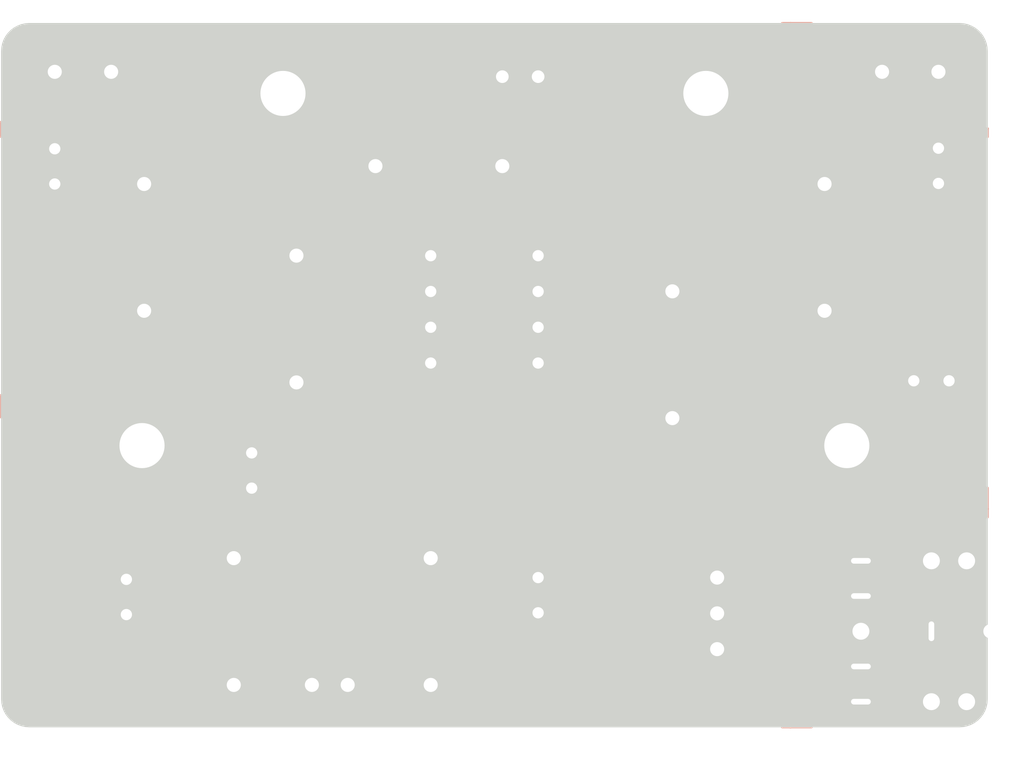
<source format=kicad_pcb>
(kicad_pcb (version 20221018) (generator pcbnew)

  (general
    (thickness 1.6)
  )

  (paper "A4")
  (layers
    (0 "F.Cu" signal)
    (31 "B.Cu" signal)
    (32 "B.Adhes" user "B.Adhesive")
    (33 "F.Adhes" user "F.Adhesive")
    (34 "B.Paste" user)
    (35 "F.Paste" user)
    (36 "B.SilkS" user "B.Silkscreen")
    (37 "F.SilkS" user "F.Silkscreen")
    (38 "B.Mask" user)
    (39 "F.Mask" user)
    (40 "Dwgs.User" user "User.Drawings")
    (41 "Cmts.User" user "User.Comments")
    (42 "Eco1.User" user "User.Eco1")
    (43 "Eco2.User" user "User.Eco2")
    (44 "Edge.Cuts" user)
    (45 "Margin" user)
    (46 "B.CrtYd" user "B.Courtyard")
    (47 "F.CrtYd" user "F.Courtyard")
    (48 "B.Fab" user)
    (49 "F.Fab" user)
    (50 "User.1" user)
    (51 "User.2" user)
    (52 "User.3" user)
    (53 "User.4" user)
    (54 "User.5" user)
    (55 "User.6" user)
    (56 "User.7" user)
    (57 "User.8" user)
    (58 "User.9" user)
  )

  (setup
    (stackup
      (layer "F.SilkS" (type "Top Silk Screen"))
      (layer "F.Paste" (type "Top Solder Paste"))
      (layer "F.Mask" (type "Top Solder Mask") (thickness 0.01))
      (layer "F.Cu" (type "copper") (thickness 0.035))
      (layer "dielectric 1" (type "core") (thickness 1.51) (material "FR4") (epsilon_r 4.5) (loss_tangent 0.02))
      (layer "B.Cu" (type "copper") (thickness 0.035))
      (layer "B.Mask" (type "Bottom Solder Mask") (thickness 0.01))
      (layer "B.Paste" (type "Bottom Solder Paste"))
      (layer "B.SilkS" (type "Bottom Silk Screen"))
      (copper_finish "None")
      (dielectric_constraints no)
    )
    (pad_to_mask_clearance 0)
    (pcbplotparams
      (layerselection 0x00010fc_ffffffff)
      (plot_on_all_layers_selection 0x0000000_00000000)
      (disableapertmacros false)
      (usegerberextensions false)
      (usegerberattributes true)
      (usegerberadvancedattributes true)
      (creategerberjobfile true)
      (dashed_line_dash_ratio 12.000000)
      (dashed_line_gap_ratio 3.000000)
      (svgprecision 4)
      (plotframeref false)
      (viasonmask false)
      (mode 1)
      (useauxorigin false)
      (hpglpennumber 1)
      (hpglpenspeed 20)
      (hpglpendiameter 15.000000)
      (dxfpolygonmode true)
      (dxfimperialunits true)
      (dxfusepcbnewfont true)
      (psnegative false)
      (psa4output false)
      (plotreference true)
      (plotvalue true)
      (plotinvisibletext false)
      (sketchpadsonfab false)
      (subtractmaskfromsilk false)
      (outputformat 1)
      (mirror false)
      (drillshape 1)
      (scaleselection 1)
      (outputdirectory "")
    )
  )

  (net 0 "")
  (net 1 "Net-(C1-Pad1)")
  (net 2 "Net-(C1-Pad2)")
  (net 3 "Net-(C2-Pad1)")
  (net 4 "Net-(C2-Pad2)")
  (net 5 "Net-(J1-Pin_2)")
  (net 6 "Net-(J1-Pin_6)")
  (net 7 "+BATT")
  (net 8 "/Virtual_Ground")
  (net 9 "Net-(J1-Pin_1)")
  (net 10 "Net-(J1-Pin_7)")
  (net 11 "-BATT")
  (net 12 "Net-(C3-Pad1)")
  (net 13 "Net-(C4-Pad1)")
  (net 14 "Net-(J4-Pin_2)")
  (net 15 "Net-(J4-Pin_3)")
  (net 16 "Net-(D1-K)")

  (footprint "Capacitor_THT:C_Radial_D6.3mm_H5.0mm_P2.50mm" (layer "F.Cu") (at 67.78 83.02 90))

  (footprint "Capacitor_THT:C_Radial_D6.3mm_H5.0mm_P2.50mm" (layer "F.Cu") (at 53.81 61.43 90))

  (footprint "MountingHole:MountingHole_3.2mm_M3" (layer "F.Cu") (at 110 80))

  (footprint "Resistor_THT:R_Box_L13.0mm_W4.0mm_P9.00mm" (layer "F.Cu") (at 97.625 78.05 90))

  (footprint "Capacitor_THT:CP_Radial_D5.0mm_P2.50mm" (layer "F.Cu") (at 58.89 89.497 -90))

  (footprint "Capacitor_THT:C_Radial_D6.3mm_H5.0mm_P2.50mm" (layer "F.Cu") (at 117.25 75.4 180))

  (footprint "MountingHole:MountingHole_3.2mm_M3" (layer "F.Cu") (at 60 80))

  (footprint "Capacitor_THT:CP_Radial_D5.0mm_P2.50mm" (layer "F.Cu") (at 88.1 91.87 90))

  (footprint "Resistor_THT:R_Box_L13.0mm_W4.0mm_P9.00mm" (layer "F.Cu") (at 70.955 66.515 -90))

  (footprint "Resistor_THT:R_Box_L13.0mm_W4.0mm_P9.00mm" (layer "F.Cu") (at 80.48 96.99 90))

  (footprint "MountingHole:MountingHole_3.2mm_M3" (layer "F.Cu") (at 70 55))

  (footprint "Connector_PinHeader_2.54mm:PinHeader_1x03_P2.54mm_Vertical" (layer "F.Cu") (at 100.8 89.37))

  (footprint "Inductor_THT:L_Radial_D6.0mm_P4.00mm" (layer "F.Cu") (at 116.5 53.467 180))

  (footprint "Package_DIP:DIP-8_W7.62mm_Socket" (layer "F.Cu") (at 80.48 66.52))

  (footprint "Inductor_THT:L_Radial_D6.0mm_P4.00mm" (layer "F.Cu") (at 53.81 53.467))

  (footprint "Resistor_THT:R_Box_L13.0mm_W4.0mm_P9.00mm" (layer "F.Cu") (at 66.51 87.99 -90))

  (footprint "Resistor_THT:R_Box_L13.0mm_W4.0mm_P9.00mm" (layer "F.Cu") (at 108.42 70.43 90))

  (footprint "Resistor_THT:R_Box_L13.0mm_W4.0mm_P9.00mm" (layer "F.Cu") (at 85.56 60.16 180))

  (footprint "Capacitor_THT:C_Radial_D6.3mm_H5.0mm_P2.50mm" (layer "F.Cu") (at 116.5 61.39 90))

  (footprint "Connector_Audio:Jack_3.5mm_CUI_SJ1-3525N_Horizontal" (layer "F.Cu") (at 116 93.18 90))

  (footprint "Resistor_THT:R_Box_L13.0mm_W4.0mm_P9.00mm" (layer "F.Cu") (at 60.15 70.43 90))

  (footprint "Connector_PinHeader_2.54mm:PinHeader_1x02_P2.54mm_Vertical" (layer "F.Cu") (at 72.050793 96.988207 90))

  (footprint "MountingHole:MountingHole_3.2mm_M3" (layer "F.Cu") (at 100 55))

  (footprint "LED_THT:LED_D4.0mm" (layer "F.Cu") (at 85.56 53.81))

  (gr_line (start 74.892 84.798) (end 83.782 75.908)
    (stroke (width 0.15) (type dash)) (layer "F.SilkS") (tstamp 252d62c5-6777-4794-8239-99942c9e777b))
  (gr_line (start 84.544 67.526) (end 85.306 66.764)
    (stroke (width 0.15) (type dash)) (layer "F.SilkS") (tstamp 278686ce-2467-41bf-962a-9f48c5d50229))
  (gr_line (start 100.038 71.463) (end 104.102 75.4)
    (stroke (width 0.15) (type dash)) (layer "F.SilkS") (tstamp 3615bbcf-4f41-4793-8e7d-5f465d489651))
  (gr_line (start 104.102 75.4) (end 112.5 75.4)
    (stroke (width 0.15) (type dash)) (layer "F.SilkS") (tstamp 5627c75f-5647-420f-8dac-220f75538e20))
  (gr_line (start 72.098 94.958) (end 72.098 82.512)
    (stroke (width 0.15) (type dash)) (layer "F.SilkS") (tstamp 71040e7d-8031-41ad-9073-e30ea62bc754))
  (gr_line (start 85.56 66.51) (end 86.576 66.51)
    (stroke (width 0.15) (type dash)) (layer "F.SilkS") (tstamp 7686eacf-50f4-4053-a718-783623abdc08))
  (gr_line (start 84.29 75.146) (end 84.29 67.78)
    (stroke (width 0.15) (type dash)) (layer "F.SilkS") (tstamp 7a4e64cf-7ce6-47ab-8934-3b33d1a4f1d0))
  (gr_line (start 67.78 77.94) (end 67.78 70.32)
    (stroke (width 0.15) (type dash)) (layer "F.SilkS") (tstamp 898f9e6a-88bb-4473-9422-dce9bb323611))
  (gr_line (start 67.78 70.32) (end 68.542 69.558)
    (stroke (width 0.15) (type dash)) (layer "F.SilkS") (tstamp 91675efa-e5a6-4d09-8818-1fe5465eb9b9))
  (gr_line (start 72.352 82.258) (end 78.956 75.654)
    (stroke (width 0.15) (type dash)) (layer "F.SilkS") (tstamp d7ea0144-4eb4-4a93-8956-faa5cdd868b2))
  (gr_line (start 74.638 94.958) (end 74.638 85.052)
    (stroke (width 0.15) (type dash)) (layer "F.SilkS") (tstamp f9e602e6-bdf7-4f66-9705-843b11d35672))
  (gr_text_box "Electro.Sluch V1.0\nby Chaospott RF~Crew"
    (start 50.7775 99.2315) (end 55.2225 80.2685) (angle 90) (layer "B.SilkS") (tstamp 2b595b4a-6ef2-4806-8747-6c8d0f79699d)
      (effects (font (size 1 1) (thickness 0.15)) (justify left top mirror))
    (stroke (width 0.15) (type dash_dot))  )
  (dimension (type aligned) (layer "B.SilkS") (tstamp 01fc696b-57db-42a0-988f-a08c22581ba8)
    (pts (xy 60 78.5) (xy 50 78.5))
    (height 1.5)
    (gr_text "10.0 mm" (at 55 75.85) (layer "B.SilkS") (tstamp 01fc696b-57db-42a0-988f-a08c22581ba8)
      (effects (font (size 1 1) (thickness 0.15)) (justify mirror))
    )
    (format (prefix "") (suffix "") (units 3) (units_format 1) (precision 1))
    (style (thickness 0.15) (arrow_length 1.27) (text_position_mode 0) (extension_height 0.58642) (extension_offset 0.5) keep_text_aligned)
  )
  (dimension (type aligned) (layer "B.SilkS") (tstamp 0539c502-cb26-4ae4-a312-aecea643d1c8)
    (pts (xy 108 80) (xy 108 100))
    (height 1.999999)
    (gr_text "20.0 mm" (at 104.850001 90 90) (layer "B.SilkS") (tstamp 0539c502-cb26-4ae4-a312-aecea643d1c8)
      (effects (font (size 1 1) (thickness 0.15)) (justify mirror))
    )
    (format (prefix "") (suffix "") (units 3) (units_format 1) (precision 1))
    (style (thickness 0.15) (arrow_length 1.27) (text_position_mode 0) (extension_height 0.58642) (extension_offset 0.5) keep_text_aligned)
  )
  (dimension (type aligned) (layer "B.SilkS") (tstamp 08ab9066-8b5e-4119-aa54-19837fa2591e)
    (pts (xy 110 82) (xy 60 82))
    (height -2.520833)
    (gr_text "50.0 mm" (at 85 83.370833) (layer "B.SilkS") (tstamp 08ab9066-8b5e-4119-aa54-19837fa2591e)
      (effects (font (size 1 1) (thickness 0.15)) (justify mirror))
    )
    (format (prefix "") (suffix "") (units 3) (units_format 1) (precision 1))
    (style (thickness 0.15) (arrow_length 1.27) (text_position_mode 0) (extension_height 0.58642) (extension_offset 0.5) keep_text_aligned)
  )
  (dimension (type aligned) (layer "B.SilkS") (tstamp 2ddd2c67-770e-491d-873a-7b6ba9e8cc02)
    (pts (xy 70 57) (xy 100 57))
    (height 0.499999)
    (gr_text "30.0 mm" (at 85 56.349999) (layer "B.SilkS") (tstamp 2ddd2c67-770e-491d-873a-7b6ba9e8cc02)
      (effects (font (size 1 1) (thickness 0.15)) (justify mirror))
    )
    (format (prefix "") (suffix "") (units 3) (units_format 1) (precision 1))
    (style (thickness 0.15) (arrow_length 1.27) (text_position_mode 0) (extension_height 0.58642) (extension_offset 0.5) keep_text_aligned)
  )
  (dimension (type aligned) (layer "B.SilkS") (tstamp 87baf9cf-e1a3-4163-a00e-8561e87fd503)
    (pts (xy 68.4 55) (xy 71.6 55))
    (height -2.4)
    (gr_text "3.2 mm" (at 70 51.45) (layer "B.SilkS") (tstamp 87baf9cf-e1a3-4163-a00e-8561e87fd503)
      (effects (font (size 1 1) (thickness 0.15)) (justify mirror))
    )
    (format (prefix "") (suffix "") (units 3) (units_format 1) (precision 1))
    (style (thickness 0.15) (arrow_length 1.27) (text_position_mode 0) (extension_height 0.58642) (extension_offset 0.5) keep_text_aligned)
  )
  (dimension (type aligned) (layer "B.SilkS") (tstamp 8f61101c-ec9a-44ba-a6e2-dd52e0af770f)
    (pts (xy 108 55) (xy 108 50))
    (height -2)
    (gr_text "5 mm" (at 104.85 52.5 90) (layer "B.SilkS") (tstamp 8f61101c-ec9a-44ba-a6e2-dd52e0af770f)
      (effects (font (size 1 1) (thickness 0.15)) (justify mirror))
    )
    (format (prefix "") (suffix "") (units 3) (units_format 1) (precision 0))
    (style (thickness 0.15) (arrow_length 1.27) (text_position_mode 0) (extension_height 0.58642) (extension_offset 0.5) keep_text_aligned)
  )
  (dimension (type aligned) (layer "B.SilkS") (tstamp 9e20673d-a9dd-469e-8b36-91ea84717896)
    (pts (xy 108 80) (xy 108 55))
    (height -2)
    (gr_text "25.0 mm" (at 104.85 67.5 90) (layer "B.SilkS") (tstamp 9e20673d-a9dd-469e-8b36-91ea84717896)
      (effects (font (size 1 1) (thickness 0.15)) (justify mirror))
    )
    (format (prefix "") (suffix "") (units 3) (units_format 1) (precision 1))
    (style (thickness 0.15) (arrow_length 1.27) (text_position_mode 0) (extension_height 0.58642) (extension_offset 0.5) keep_text_aligned)
  )
  (dimension (type aligned) (layer "B.SilkS") (tstamp a1d9da0c-dd08-49ec-b033-bfb856ff5801)
    (pts (xy 110 82.5) (xy 120 82.5))
    (height 2)
    (gr_text "10.0 mm" (at 115 83.35) (layer "B.SilkS") (tstamp a1d9da0c-dd08-49ec-b033-bfb856ff5801)
      (effects (font (size 1 1) (thickness 0.15)) (justify mirror))
    )
    (format (prefix "") (suffix "") (units 3) (units_format 1) (precision 1))
    (style (thickness 0.15) (arrow_length 1.27) (text_position_mode 0) (extension_height 0.58642) (extension_offset 0.5) keep_text_aligned)
  )
  (dimension (type aligned) (layer "B.SilkS") (tstamp b0e1b6c2-d05f-4a74-b0a4-b5d903b8f750)
    (pts (xy 100 57) (xy 120 57))
    (height 0.5)
    (gr_text "20.0 mm" (at 110 56.35) (layer "B.SilkS") (tstamp b0e1b6c2-d05f-4a74-b0a4-b5d903b8f750)
      (effects (font (size 1 1) (thickness 0.15)) (justify mirror))
    )
    (format (prefix "") (suffix "") (units 3) (units_format 1) (precision 1))
    (style (thickness 0.15) (arrow_length 1.27) (text_position_mode 0) (extension_height 0.58642) (extension_offset 0.5) keep_text_aligned)
  )
  (dimension (type aligned) (layer "B.SilkS") (tstamp c84171a1-f1c9-488e-a553-04b75cbc26e9)
    (pts (xy 70 56.519255) (xy 50 56.519255))
    (height -0.980745)
    (gr_text "20.0 mm" (at 60 56.35) (layer "B.SilkS") (tstamp c84171a1-f1c9-488e-a553-04b75cbc26e9)
      (effects (font (size 1 1) (thickness 0.15)) (justify mirror))
    )
    (format (prefix "") (suffix "") (units 3) (units_format 1) (precision 1))
    (style (thickness 0.15) (arrow_length 1.27) (text_position_mode 0) (extension_height 0.58642) (extension_offset 0.5) keep_text_aligned)
  )

  (segment (start 53.81 61.43) (end 60.15 61.43) (width 1) (layer "F.Cu") (net 1) (tstamp 6f3e2ede-4d29-4883-8503-f4000496a020))
  (segment (start 53.81 58.93) (end 53.81 53.81) (width 1) (layer "F.Cu") (net 2) (tstamp 6795c920-feb0-4fec-9cd4-467ed2c89345))
  (segment (start 108.46 61.39) (end 108.42 61.43) (width 0.3) (layer "F.Cu") (net 3) (tstamp 58731730-eebb-406f-a430-30c5f7eec894))
  (segment (start 116.5 61.39) (end 108.46 61.39) (width 1) (layer "F.Cu") (net 3) (tstamp b497e2fe-3e0b-40e7-a908-00352127eb90))
  (segment (start 116.5 58.89) (end 116.5 53.81) (width 1) (layer "F.Cu") (net 4) (tstamp 6629187e-8e23-4251-b59d-5a8e97f8a1cd))
  (segment (start 70.955 75.515) (end 65.87 70.43) (width 1) (layer "F.Cu") (net 5) (tstamp 29f1f83d-8161-47bc-935d-78b560721ee3))
  (segment (start 77.41 69.06) (end 70.955 75.515) (width 1) (layer "F.Cu") (net 5) (tstamp 3fa72222-17d5-41e2-9685-bfffc82ebd0d))
  (segment (start 65.87 70.43) (end 60.15 70.43) (width 1) (layer "F.Cu") (net 5) (tstamp 7f941dc8-4ec4-4af7-b593-6af67d4faa3c))
  (segment (start 80.48 69.06) (end 77.41 69.06) (width 1) (layer "F.Cu") (net 5) (tstamp 8c68643a-6697-49f4-8872-98ad3445d2d9))
  (segment (start 97.625 78.05) (end 105.245 70.43) (width 1) (layer "F.Cu") (net 6) (tstamp 1282f802-7189-4488-bf32-0bd701973ee7))
  (segment (start 105.245 70.43) (end 108.42 70.43) (width 1) (layer "F.Cu") (net 6) (tstamp 68193069-5b2a-4b99-b7fd-08dbfc0bab88))
  (segment (start 88.1 71.6) (end 91.175 71.6) (width 1) (layer "F.Cu") (net 6) (tstamp 6c5e9bf0-0575-45c0-9ffb-859bfc8f1e49))
  (segment (start 91.175 71.6) (end 97.625 78.05) (width 1) (layer "F.Cu") (net 6) (tstamp ec693ef0-8853-4007-b130-3f65efef2c0c))
  (segment (start 88.1 53.81) (end 88.1 66.52) (width 1) (layer "F.Cu") (net 7) (tstamp 0e7f559b-9993-4dc2-a4a8-0b5a66b2c00d))
  (segment (start 88.06 91.91) (end 88.1 91.87) (width 1) (layer "F.Cu") (net 7) (tstamp 290c607b-9e81-4966-9331-0ec452fabe05))
  (segment (start 80.478207 96.988207) (end 80.48 96.99) (width 1) (layer "F.Cu") (net 7) (tstamp 5b431be5-6d20-44ec-8dab-62c36157ce76))
  (segment (start 83.02 96.99) (end 88.1 91.91) (width 1) (layer "F.Cu") (net 7) (tstamp 65840385-1405-448b-873f-137e265f89ee))
  (segment (start 74.591793 96.988207) (end 80.478207 96.988207) (width 1) (layer "F.Cu") (net 7) (tstamp 84be818b-0cab-4dbe-9f45-f17ffdc49232))
  (segment (start 80.48 96.99) (end 83.02 96.99) (width 1) (layer "F.Cu") (net 7) (tstamp b1394e72-821d-43e7-b4b2-9cf7229db6e2))
  (segment (start 88.1 91.91) (end 88.1 91.87) (width 1) (layer "F.Cu") (net 7) (tstamp fea9b9e6-0306-4074-8a09-57196eb74ffa))
  (segment (start 84.29 75.4) (end 84.29 67.78) (width 1) (layer "B.Cu") (net 7) (tstamp 1b9d8133-d0ea-4557-abe4-19b4c2bfb586))
  (segment (start 74.591793 85.098207) (end 84.29 75.4) (width 1) (layer "B.Cu") (net 7) (tstamp 31f59499-8af4-4c09-82c8-bceee157b695))
  (segment (start 85.56 66.51) (end 85.57 66.52) (width 1) (layer "B.Cu") (net 7) (tstamp 49e485ae-c58b-4919-97ad-d340b88dfa17))
  (segment (start 85.57 66.52) (end 88.1 66.52) (width 1) (layer "B.Cu") (net 7) (tstamp 8bda8901-fd56-45a7-ae4b-f380b031e923))
  (segment (start 84.29 67.78) (end 85.56 66.51) (width 1) (layer "B.Cu") (net 7) (tstamp b2c7df33-170f-4b93-b201-c12774e5b456))
  (segment (start 74.591793 96.988207) (end 74.591793 85.098207) (width 1) (layer "B.Cu") (net 7) (tstamp cf913384-817f-45dc-bbf2-dd00fbe52aac))
  (segment (start 80.48 66.52) (end 70.96 66.52) (width 1) (layer "F.Cu") (net 9) (tstamp a8b3ea22-e653-41be-a1c7-4fb269411ecd))
  (segment (start 70.96 66.52) (end 70.955 66.515) (width 1) (layer "F.Cu") (net 9) (tstamp f8f87771-6e4a-4689-aa7f-8f344f28690e))
  (segment (start 70.955 67.145) (end 67.78 70.32) (width 1) (layer "B.Cu") (net 9) (tstamp 6ba837a0-8543-4a85-9d65-c549c36c568b))
  (segment (start 67.78 70.32) (end 67.78 80.52) (width 1) (layer "B.Cu") (net 9) (tstamp 96730db5-0be6-44da-8180-833c0efe04c5))
  (segment (start 70.955 66.515) (end 70.955 67.145) (width 1) (layer "B.Cu") (net 9) (tstamp f283365d-51e7-4b03-a38b-d058ac3de883))
  (segment (start 97.615 69.06) (end 97.625 69.05) (width 0.3) (layer "F.Cu") (net 10) (tstamp b1e9fe59-ea7c-48fe-85f9-dcad96ccc433))
  (segment (start 88.1 69.06) (end 97.615 69.06) (width 1) (layer "F.Cu") (net 10) (tstamp fe6ae9ed-02b4-404f-8a32-cf3ac99412de))
  (segment (start 97.625 69.045) (end 103.98 75.4) (width 1) (layer "B.Cu") (net 10) (tstamp 3646b34e-6d2d-49c5-9b06-c6a6171a2764))
  (segment (start 103.98 75.4) (end 114.75 75.4) (width 1) (layer "B.Cu") (net 10) (tstamp 48897d92-5bd5-4207-8247-3a6a65f80a8f))
  (segment (start 72.049 96.99) (end 72.050793 96.988207) (width 1) (layer "F.Cu") (net 11) (tstamp 7b76797c-8994-4b29-91a1-8297a4ace385))
  (segment (start 66.51 96.99) (end 63.883 96.99) (width 1) (layer "F.Cu") (net 11) (tstamp b4933e7d-2531-4d2e-b8a2-96be0e984440))
  (segment (start 66.51 96.99) (end 72.049 96.99) (width 1) (layer "F.Cu") (net 11) (tstamp cad6b317-20d0-4e3c-bdf2-8fa1e52becb9))
  (segment (start 63.883 96.99) (end 58.89 91.997) (width 1) (layer "F.Cu") (net 11) (tstamp f1698152-961e-4758-8616-54a1b2da444e))
  (segment (start 80.48 74.14) (end 72.051793 82.568207) (width 1) (layer "B.Cu") (net 11) (tstamp 121349f9-058a-42f2-96eb-f10373431ef6))
  (segment (start 72.051793 82.568207) (end 72.051793 96.988207) (width 1) (layer "B.Cu") (net 11) (tstamp 2b368697-9e57-4082-b1ff-dd0dd3a30140))
  (segment (start 102.07 83.02) (end 107.23 88.18) (width 1) (layer "F.Cu") (net 12) (tstamp 3e594a15-ae9b-459d-855c-4e086ac8af4e))
  (segment (start 107.23 88.18) (end 111 88.18) (width 1) (layer "F.Cu") (net 12) (tstamp 3facfff9-e4b1-4ff2-8254-0a43300dfecf))
  (segment (start 67.78 83.02) (end 102.07 83.02) (width 1) (layer "F.Cu") (net 12) (tstamp 6e6e96a7-c806-4fcd-86dd-d620b4c42f3c))
  (segment (start 113.919 86.868) (end 113.919 95.936) (width 1) (layer "F.Cu") (net 13) (tstamp 1cbb11ae-4cf7-4395-aabc-b35cb20ef78c))
  (segment (start 117.221 75.429) (end 117.221 83.566) (width 1) (layer "F.Cu") (net 13) (tstamp 6f7ccc3c-5d95-4239-b92f-9dec01864557))
  (segment (start 113.919 95.936) (end 111.675 98.18) (width 1) (layer "F.Cu") (net 13) (tstamp 71bfa52e-461d-4b29-907a-bd33f235a0d6))
  (segment (start 117.221 83.566) (end 113.919 86.868) (width 1) (layer "F.Cu") (net 13) (tstamp 91e72ee3-6519-4f02-b05d-5774450429c8))
  (segment (start 117.25 75.4) (end 117.221 75.429) (width 1) (layer "F.Cu") (net 13) (tstamp f1a29f61-8c65-4cd8-882b-6f53d038cccd))
  (segment (start 111.755 98.26) (end 111.675 98.18) (width 1) (layer "B.Cu") (net 13) (tstamp e09d6a6d-5813-49da-9c9b-f1dc724e437c))
  (segment (start 109.095 90.68) (end 111 90.68) (width 1) (layer "F.Cu") (net 14) (tstamp 53db0b82-0cb0-4787-b119-b6023ad4baf5))
  (segment (start 107.785 91.91) (end 109.055 90.64) (width 1) (layer "F.Cu") (net 14) (tstamp 9c50b464-0ea1-4566-a57d-c7e14b1f90a2))
  (segment (start 100.8 91.91) (end 107.785 91.91) (width 1) (layer "F.Cu") (net 14) (tstamp 9fa86de3-e873-413a-9960-2b9420491eef))
  (segment (start 107.912 94.45) (end 100.8 94.45) (width 1) (layer "F.Cu") (net 15) (tstamp 1efefb87-6800-4590-978a-b25929c7a817))
  (segment (start 109.095 95.633) (end 107.912 94.45) (width 1) (layer "F.Cu") (net 15) (tstamp 3212b0b7-2fb3-4e72-bdb0-4f26fb612498))
  (segment (start 109.095 95.68) (end 111 95.68) (width 1) (layer "F.Cu") (net 15) (tstamp 3ea88125-e4ba-4c2a-b046-3b398c5e40eb))
  (segment (start 85.56 53.81) (end 85.56 60.16) (width 1) (layer "F.Cu") (net 16) (tstamp 29842d5b-a887-4f87-a032-0a25e19b0957))

  (zone (net 3) (net_name "Net-(C2-Pad1)") (layer "F.Cu") (tstamp 01a82f2c-d197-4acf-9e65-c378fd955860) (name "$teardrop_padvia$") (hatch edge 0.5)
    (priority 30014)
    (attr (teardrop (type padvia)))
    (connect_pads yes (clearance 0))
    (min_thickness 0.0254) (filled_areas_thickness no)
    (fill yes (thermal_gap 0.5) (thermal_bridge_width 0.5) (island_removal_mode 1) (island_area_min 10))
    (polygon
      (pts
        (xy 111.212044 60.89)
        (xy 110.514196 60.84216)
        (xy 110.025506 60.72808)
        (xy 109.606536 60.59192)
        (xy 109.117846 60.47784)
        (xy 108.42 60.43)
        (xy 108.419 61.43)
        (xy 108.42 62.43)
        (xy 109.119877 62.37384)
        (xy 109.607551 62.23992)
        (xy 110.024492 62.08008)
        (xy 110.512166 61.94616)
        (xy 111.212044 61.89)
      )
    )
    (filled_polygon
      (layer "F.Cu")
      (pts
        (xy 108.432486 60.430855)
        (xy 109.116909 60.477775)
        (xy 109.11876 60.478053)
        (xy 109.606067 60.59181)
        (xy 109.607006 60.592072)
        (xy 110.025506 60.72808)
        (xy 110.514196 60.84216)
        (xy 111.201145 60.889252)
        (xy 111.209164 60.893237)
        (xy 111.212044 60.900925)
        (xy 111.212044 61.8792)
        (xy 111.208617 61.887473)
        (xy 111.20128 61.890863)
        (xy 110.512167 61.946159)
        (xy 110.512159 61.946161)
        (xy 110.024505 62.080076)
        (xy 110.024497 62.080078)
        (xy 110.024492 62.08008)
        (xy 109.891535 62.13105)
        (xy 109.608081 62.239716)
        (xy 109.606991 62.240073)
        (xy 109.120944 62.373546)
        (xy 109.118782 62.373927)
        (xy 108.432623 62.428987)
        (xy 108.424102 62.426232)
        (xy 108.420024 62.41826)
        (xy 108.419987 62.417336)
        (xy 108.419943 62.373546)
        (xy 108.419 61.43)
        (xy 108.419987 60.442515)
        (xy 108.423422 60.434248)
        (xy 108.431699 60.430829)
      )
    )
  )
  (zone (net 9) (net_name "Net-(J1-Pin_1)") (layer "F.Cu") (tstamp 03ad551f-7cd7-4b31-a337-3163895d3372) (name "$teardrop_padvia$") (hatch edge 0.5)
    (priority 30012)
    (attr (teardrop (type padvia)))
    (connect_pads yes (clearance 0))
    (min_thickness 0.0254) (filled_areas_thickness no)
    (fill yes (thermal_gap 0.5) (thermal_bridge_width 0.5) (island_removal_mode 1) (island_area_min 10))
    (polygon
      (pts
        (xy 73.754005 66.02)
        (xy 73.053344 65.96748)
        (xy 72.563973 65.84224)
        (xy 72.145031 65.69276)
        (xy 71.65566 65.56752)
        (xy 70.955 65.515)
        (xy 70.954 66.515)
        (xy 70.955 67.515)
        (xy 71.655407 67.46352)
        (xy 72.144905 67.34076)
        (xy 72.564099 67.19424)
        (xy 73.053597 67.07148)
        (xy 73.754005 67.02)
      )
    )
    (filled_polygon
      (layer "F.Cu")
      (pts
        (xy 70.967545 65.51594)
        (xy 71.654637 65.567443)
        (xy 71.656648 65.567772)
        (xy 72.144518 65.692628)
        (xy 72.145526 65.692936)
        (xy 72.563973 65.84224)
        (xy 73.053344 65.96748)
        (xy 73.743181 66.019188)
        (xy 73.751173 66.023223)
        (xy 73.754005 66.030855)
        (xy 73.754005 67.009127)
        (xy 73.750578 67.0174)
        (xy 73.743163 67.020796)
        (xy 73.0536 67.071479)
        (xy 72.564097 67.19424)
        (xy 72.145408 67.340584)
        (xy 72.144394 67.340888)
        (xy 71.656387 67.463274)
        (xy 71.654399 67.463594)
        (xy 70.967545 67.514077)
        (xy 70.959043 67.511265)
        (xy 70.955018 67.503266)
        (xy 70.954987 67.50242)
        (xy 70.954948 67.463594)
        (xy 70.954 66.515)
        (xy 70.954987 65.527595)
        (xy 70.958422 65.519327)
        (xy 70.966699 65.515908)
      )
    )
  )
  (zone (net 5) (net_name "Net-(J1-Pin_2)") (layer "F.Cu") (tstamp 03e02a0d-68b2-4c44-b50b-cb84f49bd6c6) (name "$teardrop_padvia$") (hatch edge 0.5)
    (priority 30008)
    (attr (teardrop (type padvia)))
    (connect_pads yes (clearance 0))
    (min_thickness 0.0254) (filled_areas_thickness no)
    (fill yes (thermal_gap 0.5) (thermal_bridge_width 0.5) (island_removal_mode 1) (island_area_min 10))
    (polygon
      (pts
        (xy 62.95 69.93)
        (xy 62.249221 69.878)
        (xy 61.75961 69.754)
        (xy 61.340389 69.606)
        (xy 60.850778 69.482)
        (xy 60.15 69.43)
        (xy 60.149 70.43)
        (xy 60.15 71.43)
        (xy 60.850778 71.378)
        (xy 61.340389 71.254)
        (xy 61.75961 71.106)
        (xy 62.249221 70.982)
        (xy 62.95 70.93)
      )
    )
    (filled_polygon
      (layer "F.Cu")
      (pts
        (xy 60.16254 69.43093)
        (xy 60.849767 69.481924)
        (xy 60.851761 69.482249)
        (xy 61.339877 69.60587)
        (xy 61.340878 69.606172)
        (xy 61.75961 69.754)
        (xy 62.249217 69.877999)
        (xy 62.249221 69.878)
        (xy 62.939166 69.929196)
        (xy 62.947163 69.933226)
        (xy 62.95 69.940864)
        (xy 62.95 70.919135)
        (xy 62.946573 70.927408)
        (xy 62.939166 70.930803)
        (xy 62.249218 70.982)
        (xy 61.759605 71.106001)
        (xy 61.340889 71.253823)
        (xy 61.339866 71.254132)
        (xy 60.851767 71.377749)
        (xy 60.849761 71.378075)
        (xy 60.162553 71.429068)
        (xy 60.154049 71.426263)
        (xy 60.150019 71.418266)
        (xy 60.149987 71.417412)
        (xy 60.149947 71.377749)
        (xy 60.149 70.43)
        (xy 60.149987 69.442586)
        (xy 60.153422 69.434318)
        (xy 60.161699 69.430899)
      )
    )
  )
  (zone (net 10) (net_name "Net-(J1-Pin_7)") (layer "F.Cu") (tstamp 061f08c7-9f9b-45ad-a3ce-08db1bf3be0d) (name "$teardrop_padvia$") (hatch edge 0.5)
    (priority 30013)
    (attr (teardrop (type padvia)))
    (connect_pads yes (clearance 0))
    (min_thickness 0.0254) (filled_areas_thickness no)
    (fill yes (thermal_gap 0.5) (thermal_bridge_width 0.5) (island_removal_mode 1) (island_area_min 10))
    (polygon
      (pts
        (xy 94.826989 69.56)
        (xy 95.527027 69.61096)
        (xy 96.016411 69.73248)
        (xy 96.435577 69.87752)
        (xy 96.924961 69.99904)
        (xy 97.625 70.05)
        (xy 97.626 69.05)
        (xy 97.625 68.05)
        (xy 96.924455 68.10304)
        (xy 96.435324 68.22952)
        (xy 96.016664 68.38048)
        (xy 95.527533 68.50696)
        (xy 94.826989 68.56)
      )
    )
    (filled_polygon
      (layer "F.Cu")
      (pts
        (xy 97.620937 68.053744)
        (xy 97.624979 68.061735)
        (xy 97.625012 68.062606)
        (xy 97.626 69.05)
        (xy 97.626 69.050024)
        (xy 97.625012 70.03743)
        (xy 97.621577 70.045699)
        (xy 97.6133 70.049118)
        (xy 97.612463 70.049087)
        (xy 96.92596 69.999112)
        (xy 96.923989 69.998798)
        (xy 96.436089 69.877647)
        (xy 96.435083 69.877349)
        (xy 96.016412 69.73248)
        (xy 95.527032 69.61096)
        (xy 95.527023 69.610959)
        (xy 94.83784 69.560789)
        (xy 94.829837 69.556771)
        (xy 94.826989 69.54912)
        (xy 94.826989 68.570848)
        (xy 94.830416 68.562575)
        (xy 94.837806 68.559181)
        (xy 95.527533 68.50696)
        (xy 96.016664 68.38048)
        (xy 96.434817 68.229702)
        (xy 96.435848 68.229384)
        (xy 96.923452 68.103299)
        (xy 96.925479 68.102962)
        (xy 97.61243 68.050951)
      )
    )
  )
  (zone (net 6) (net_name "Net-(J1-Pin_6)") (layer "F.Cu") (tstamp 0cf8189c-3537-4b15-be81-3c9c882c6aa3) (name "$teardrop_padvia$") (hatch edge 0.5)
    (priority 30005)
    (attr (teardrop (type padvia)))
    (connect_pads yes (clearance 0))
    (min_thickness 0.0254) (filled_areas_thickness no)
    (fill yes (thermal_gap 0.5) (thermal_bridge_width 0.5) (island_removal_mode 1) (island_area_min 10))
    (polygon
      (pts
        (xy 99.251345 75.716548)
        (xy 98.71905 76.175302)
        (xy 98.285162 76.433828)
        (xy 97.884075 76.625611)
        (xy 97.450187 76.884137)
        (xy 96.917893 77.342893)
        (xy 97.624293 78.050707)
        (xy 98.332107 78.757107)
        (xy 98.790862 78.224812)
        (xy 99.049388 77.790923)
        (xy 99.24117 77.389837)
        (xy 99.499696 76.955948)
        (xy 99.958452 76.423655)
      )
    )
    (filled_polygon
      (layer "F.Cu")
      (pts
        (xy 99.259027 75.72423)
        (xy 99.950769 76.415972)
        (xy 99.954196 76.424245)
        (xy 99.951359 76.431883)
        (xy 99.499698 76.955944)
        (xy 99.24117 77.389835)
        (xy 99.241166 77.389843)
        (xy 99.04962 77.790436)
        (xy 99.049116 77.791378)
        (xy 98.791384 78.223935)
        (xy 98.790196 78.225584)
        (xy 98.340324 78.747571)
        (xy 98.332327 78.751601)
        (xy 98.323823 78.748796)
        (xy 98.323196 78.748214)
        (xy 97.798746 78.224812)
        (xy 97.624293 78.050707)
        (xy 96.926784 77.351802)
        (xy 96.923366 77.343526)
        (xy 96.926801 77.335257)
        (xy 96.927428 77.334675)
        (xy 97.449422 76.884795)
        (xy 97.451054 76.88362)
        (xy 97.88363 76.625875)
        (xy 97.88455 76.625383)
        (xy 98.285162 76.433828)
        (xy 98.71905 76.175302)
        (xy 99.243116 75.723639)
        (xy 99.25162 75.720835)
      )
    )
  )
  (zone (net 3) (net_name "Net-(C2-Pad1)") (layer "F.Cu") (tstamp 1403ae7a-76f8-41ae-bea4-3a47dfd49fe5) (name "$teardrop_padvia$") (hatch edge 0.5)
    (priority 30023)
    (attr (teardrop (type padvia)))
    (connect_pads yes (clearance 0))
    (min_thickness 0.0254) (filled_areas_thickness no)
    (fill yes (thermal_gap 0.5) (thermal_bridge_width 0.5) (island_removal_mode 1) (island_area_min 10))
    (polygon
      (pts
        (xy 114.26 61.89)
        (xy 114.8184 61.9212)
        (xy 115.2112 61.9956)
        (xy 115.5488 62.0844)
        (xy 115.9416 62.1588)
        (xy 116.5 62.19)
        (xy 116.501 61.39)
        (xy 116.5 60.59)
        (xy 115.9416 60.6212)
        (xy 115.5488 60.6956)
        (xy 115.2112 60.7844)
        (xy 114.8184 60.8588)
        (xy 114.26 60.89)
      )
    )
    (filled_polygon
      (layer "F.Cu")
      (pts
        (xy 116.496114 60.593649)
        (xy 116.499997 60.601718)
        (xy 116.500015 60.602356)
        (xy 116.501 61.39)
        (xy 116.501 61.39003)
        (xy 116.500015 62.177643)
        (xy 116.496578 62.185911)
        (xy 116.4883 62.189328)
        (xy 116.487662 62.18931)
        (xy 115.942368 62.158842)
        (xy 115.940844 62.158656)
        (xy 115.549196 62.084475)
        (xy 115.548397 62.084294)
        (xy 115.211208 61.995602)
        (xy 115.211206 61.995601)
        (xy 115.2112 61.9956)
        (xy 114.928766 61.942104)
        (xy 114.818401 61.9212)
        (xy 114.271047 61.890617)
        (xy 114.262978 61.886734)
        (xy 114.26 61.878935)
        (xy 114.26 60.901064)
        (xy 114.263427 60.892791)
        (xy 114.271045 60.889382)
        (xy 114.8184 60.8588)
        (xy 115.2112 60.7844)
        (xy 115.548424 60.695698)
        (xy 115.549169 60.69553)
        (xy 115.940846 60.621342)
        (xy 115.942366 60.621157)
        (xy 116.487662 60.590689)
      )
    )
  )
  (zone (net 7) (net_name "+BATT") (layer "F.Cu") (tstamp 1b1d55f5-7e30-43ec-817a-ab98377ccafb) (name "$teardrop_padvia$") (hatch edge 0.5)
    (priority 30022)
    (attr (teardrop (type padvia)))
    (connect_pads yes (clearance 0))
    (min_thickness 0.0254) (filled_areas_thickness no)
    (fill yes (thermal_gap 0.5) (thermal_bridge_width 0.5) (island_removal_mode 1) (island_area_min 10))
    (polygon
      (pts
        (xy 86.67532 94.041787)
        (xy 87.027577 93.731429)
        (xy 87.379835 93.439072)
        (xy 87.732093 93.164714)
        (xy 88.084351 92.908357)
        (xy 88.436609 92.67)
        (xy 88.100707 91.869293)
        (xy 87.3 91.543843)
        (xy 87.033642 91.93801)
        (xy 86.767285 92.314177)
        (xy 86.500927 92.672345)
        (xy 86.23457 93.012512)
        (xy 85.968213 93.33468)
      )
    )
    (filled_polygon
      (layer "F.Cu")
      (pts
        (xy 87.308788 91.547415)
        (xy 88.096204 91.867463)
        (xy 88.102577 91.873753)
        (xy 88.102587 91.873776)
        (xy 88.432899 92.661157)
        (xy 88.432939 92.670112)
        (xy 88.428667 92.675373)
        (xy 88.084355 92.908353)
        (xy 87.732091 93.164715)
        (xy 87.379825 93.439079)
        (xy 87.027595 93.731413)
        (xy 86.683561 94.034526)
        (xy 86.675088 94.037424)
        (xy 86.667553 94.03402)
        (xy 85.975738 93.342205)
        (xy 85.972311 93.333932)
        (xy 85.974993 93.326479)
        (xy 86.23457 93.012512)
        (xy 86.447851 92.740127)
        (xy 86.500933 92.672338)
        (xy 86.612536 92.522265)
        (xy 86.767285 92.314177)
        (xy 87.033642 91.93801)
        (xy 87.294689 91.551702)
        (xy 87.302159 91.546767)
      )
    )
  )
  (zone (net 14) (net_name "Net-(J4-Pin_2)") (layer "F.Cu") (tstamp 20afe1d8-6f7a-44c0-9c83-e3175ca4e5fc) (name "$teardrop_padvia$") (hatch edge 0.5)
    (priority 30019)
    (attr (teardrop (type padvia)))
    (connect_pads yes (clearance 0))
    (min_thickness 0.0254) (filled_areas_thickness no)
    (fill yes (thermal_gap 0.5) (thermal_bridge_width 0.5) (island_removal_mode 1) (island_area_min 10))
    (polygon
      (pts
        (xy 103.18 91.41)
        (xy 102.586073 91.3736)
        (xy 102.169036 91.2868)
        (xy 101.810962 91.1832)
        (xy 101.393925 91.0964)
        (xy 100.8 91.06)
        (xy 100.799 91.91)
        (xy 100.8 92.76)
        (xy 101.393925 92.7236)
        (xy 101.810962 92.6368)
        (xy 102.169036 92.5332)
        (xy 102.586073 92.4464)
        (xy 103.18 92.41)
      )
    )
    (filled_polygon
      (layer "F.Cu")
      (pts
        (xy 100.8124 91.060759)
        (xy 101.393081 91.096348)
        (xy 101.394745 91.09657)
        (xy 101.81055 91.183114)
        (xy 101.811375 91.183319)
        (xy 102.169036 91.2868)
        (xy 102.586073 91.3736)
        (xy 103.169017 91.409326)
        (xy 103.177064 91.413252)
        (xy 103.18 91.421004)
        (xy 103.18 92.398995)
        (xy 103.176573 92.407268)
        (xy 103.169016 92.410673)
        (xy 102.883637 92.428163)
        (xy 102.586073 92.4464)
        (xy 102.377554 92.4898)
        (xy 102.169033 92.5332)
        (xy 101.811397 92.636674)
        (xy 101.810529 92.63689)
        (xy 101.394747 92.723428)
        (xy 101.393079 92.723651)
        (xy 100.812401 92.759239)
        (xy 100.803933 92.756325)
        (xy 100.800007 92.748277)
        (xy 100.799985 92.747575)
        (xy 100.799 91.910028)
        (xy 100.799 91.91)
        (xy 100.799985 91.072424)
        (xy 100.803422 91.064155)
        (xy 100.811699 91.060738)
      )
    )
  )
  (zone (net 8) (net_name "/Virtual_Ground") (layer "F.Cu") (tstamp 22b5b732-105f-45b6-a0c3-6f6fd2dfddfe) (name "isolated") (hatch full 0.5)
    (priority 1)
    (connect_pads (clearance 0.5))
    (min_thickness 0.25) (filled_areas_thickness no)
    (fill yes (thermal_gap 0.5) (thermal_bridge_width 0.5) (smoothing fillet) (radius 2) (island_removal_mode 1) (island_area_min 10))
    (polygon
      (pts
        (xy 119.5 89.4462)
        (xy 117.5 89.4462)
        (xy 117.5 97)
        (xy 119 96.99)
        (xy 119 99.3)
        (xy 50.5 99.5)
        (xy 50.635 50.635)
        (xy 119.5 50.5)
      )
    )
    (filled_polygon
      (layer "F.Cu")
      (island)
      (pts
        (xy 86.92775 55.443264)
        (xy 86.982494 55.486678)
        (xy 87.002175 55.530995)
        (xy 87.054475 55.763629)
        (xy 87.057225 55.78265)
        (xy 87.083939 56.186881)
        (xy 87.094878 56.352405)
        (xy 87.098738 56.389708)
        (xy 87.098738 56.38971)
        (xy 87.098842 56.390708)
        (xy 87.0995 56.40347)
        (xy 87.0995 58.754118)
        (xy 87.079815 58.821157)
        (xy 87.027011 58.866912)
        (xy 86.957853 58.876856)
        (xy 86.894297 58.847831)
        (xy 86.858573 58.795398)
        (xy 86.722245 58.40924)
        (xy 86.718967 58.398404)
        (xy 86.696863 58.311128)
        (xy 86.615504 57.989886)
        (xy 86.612051 57.96863)
        (xy 86.564918 57.333427)
        (xy 86.561242 57.299875)
        (xy 86.561238 57.299834)
        (xy 86.5605 57.28633)
        (xy 86.5605 56.420175)
        (xy 86.563271 56.394105)
        (xy 86.565898 56.381888)
        (xy 86.633266 56.068617)
        (xy 86.633639 56.066945)
        (xy 86.711528 55.728124)
        (xy 86.711959 55.726316)
        (xy 86.760811 55.528464)
        (xy 86.795991 55.468102)
        (xy 86.858224 55.436339)
      )
    )
    (filled_polygon
      (layer "F.Cu")
      (pts
        (xy 117.500502 50.504235)
        (xy 117.772248 50.523161)
        (xy 117.789766 50.525647)
        (xy 118.051719 50.582167)
        (xy 118.068703 50.587124)
        (xy 118.319914 50.680388)
        (xy 118.336026 50.687718)
        (xy 118.571386 50.815826)
        (xy 118.586293 50.82538)
        (xy 118.7414 50.941212)
        (xy 118.800992 50.985715)
        (xy 118.814391 50.997301)
        (xy 119.004046 51.186584)
        (xy 119.015658 51.199961)
        (xy 119.176407 51.414337)
        (xy 119.185995 51.429232)
        (xy 119.314561 51.664334)
        (xy 119.321928 51.680444)
        (xy 119.415677 51.931454)
        (xy 119.420674 51.948449)
        (xy 119.477702 52.210266)
        (xy 119.480226 52.227799)
        (xy 119.499683 52.499498)
        (xy 119.5 52.508355)
        (xy 119.5 87.751861)
        (xy 119.480315 87.8189)
        (xy 119.427511 87.864655)
        (xy 119.358353 87.874599)
        (xy 119.294797 87.845574)
        (xy 119.266445 87.809944)
        (xy 119.208101 87.699897)
        (xy 119.088337 87.5589)
        (xy 118.941064 87.446946)
        (xy 118.773167 87.369268)
        (xy 118.773163 87.369266)
        (xy 118.592497 87.3295)
        (xy 118.453887 87.3295)
        (xy 118.453883 87.3295)
        (xy 118.316088 87.344486)
        (xy 118.140776 87.403557)
        (xy 118.140774 87.403558)
        (xy 117.982262 87.498931)
        (xy 117.982261 87.498932)
        (xy 117.847959 87.626149)
        (xy 117.744138 87.779276)
        (xy 117.675669 87.951122)
        (xy 117.664377 88.02)
        (xy 117.653745 88.084858)
        (xy 117.64574 88.133685)
        (xy 117.655755 88.318406)
        (xy 117.655755 88.318411)
        (xy 117.705244 88.496656)
        (xy 117.705247 88.496662)
        (xy 117.791898 88.660102)
        (xy 117.85454 88.73385)
        (xy 117.911663 88.8011)
        (xy 118.058936 88.913054)
        (xy 118.226833 88.990732)
        (xy 118.226834 88.990732)
        (xy 118.226836 88.990733)
        (xy 118.281648 89.002797)
        (xy 118.407503 89.0305)
        (xy 118.407506 89.0305)
        (xy 118.546107 89.0305)
        (xy 118.546113 89.0305)
        (xy 118.68391 89.015514)
        (xy 118.859221 88.956444)
        (xy 119.017736 88.86107)
        (xy 119.152041 88.733849)
        (xy 119.237718 88.607483)
        (xy 119.291631 88.563043)
        (xy 119.361013 88.554805)
        (xy 119.423835 88.585385)
        (xy 119.460152 88.645075)
        (xy 119.459012 88.713066)
        (xy 119.427424 88.817198)
        (xy 119.418121 88.839656)
        (xy 119.337227 88.990998)
        (xy 119.323722 89.01121)
        (xy 119.214854 89.143866)
        (xy 119.197666 89.161054)
        (xy 119.06501 89.269922)
        (xy 119.044798 89.283427)
        (xy 118.893456 89.364321)
        (xy 118.870998 89.373624)
        (xy 118.706775 89.42344)
        (xy 118.682935 89.428182)
        (xy 118.564133 89.439883)
        (xy 118.5 89.4462)
        (xy 117.5 89.4462)
        (xy 117.5 97)
        (xy 118.25 96.995)
        (xy 118.402648 97.011243)
        (xy 118.429864 97.017291)
        (xy 118.561759 97.062668)
        (xy 118.586939 97.074648)
        (xy 118.628034 97.100225)
        (xy 118.674549 97.152361)
        (xy 118.685493 97.221368)
        (xy 118.657391 97.285337)
        (xy 118.599166 97.323959)
        (xy 118.562512 97.3295)
        (xy 118.453883 97.3295)
        (xy 118.316088 97.344486)
        (xy 118.140776 97.403557)
        (xy 118.140774 97.403558)
        (xy 117.982262 97.498931)
        (xy 117.982261 97.498932)
        (xy 117.847959 97.626149)
        (xy 117.744138 97.779276)
        (xy 117.675669 97.951122)
        (xy 117.660631 98.042851)
        (xy 117.646771 98.127398)
        (xy 117.64574 98.133685)
        (xy 117.655755 98.318406)
        (xy 117.655755 98.318411)
        (xy 117.705244 98.496656)
        (xy 117.705247 98.496662)
        (xy 117.791898 98.660102)
        (xy 117.911662 98.801099)
        (xy 117.911663 98.8011)
        (xy 118.058936 98.913054)
        (xy 118.226833 98.990732)
        (xy 118.226838 98.990733)
        (xy 118.233208 98.99288)
        (xy 118.232708 98.994361)
        (xy 118.286854 99.024093)
        (xy 118.320193 99.085495)
        (xy 118.315044 99.155175)
        (xy 118.27304 99.211009)
        (xy 118.235242 99.230141)
        (xy 118.082169 99.276972)
        (xy 118.058383 99.281766)
        (xy 117.85105 99.302759)
        (xy 117.838921 99.303389)
        (xy 112.18944 99.319884)
        (xy 112.122343 99.300396)
        (xy 112.076435 99.247726)
        (xy 112.066289 99.178596)
        (xy 112.095128 99.114956)
        (xy 112.112414 99.098424)
        (xy 112.174778 99.04938)
        (xy 112.183179 99.043325)
        (xy 112.310519 98.959402)
        (xy 113.136235 98.133685)
        (xy 115.14574 98.133685)
        (xy 115.155755 98.318406)
        (xy 115.155755 98.318411)
        (xy 115.205244 98.496656)
        (xy 115.205247 98.496662)
        (xy 115.291898 98.660102)
        (xy 115.411662 98.801099)
        (xy 115.411663 98.8011)
        (xy 115.558936 98.913054)
        (xy 115.726833 98.990732)
        (xy 115.726834 98.990732)
        (xy 115.726836 98.990733)
        (xy 115.781648 99.002797)
        (xy 115.907503 99.0305)
        (xy 115.907506 99.0305)
        (xy 116.046107 99.0305)
        (xy 116.046113 99.0305)
        (xy 116.18391 99.015514)
        (xy 116.359221 98.956444)
        (xy 116.517736 98.86107)
        (xy 116.652041 98.733849)
        (xy 116.755858 98.58073)
        (xy 116.761557 98.566428)
        (xy 116.791314 98.491742)
        (xy 116.824331 98.408875)
        (xy 116.85426 98.226317)
        (xy 116.844245 98.041593)
        (xy 116.840159 98.026876)
        (xy 116.794755 97.863343)
        (xy 116.794752 97.863337)
        (xy 116.708101 97.699897)
        (xy 116.588337 97.5589)
        (xy 116.509449 97.498931)
        (xy 116.441064 97.446946)
        (xy 116.273167 97.369268)
        (xy 116.273163 97.369266)
        (xy 116.092497 97.3295)
        (xy 115.953887 97.3295)
        (xy 115.953883 97.3295)
        (xy 115.816088 97.344486)
        (xy 115.640776 97.403557)
        (xy 115.640774 97.403558)
        (xy 115.482262 97.498931)
        (xy 115.482261 97.498932)
        (xy 115.347959 97.626149)
        (xy 115.244138 97.779276)
        (xy 115.175669 97.951122)
        (xy 115.160631 98.042851)
        (xy 115.146771 98.127398)
        (xy 115.14574 98.133685)
        (xy 113.136235 98.133685)
        (xy 114.61639 96.653528)
        (xy 114.618559 96.651413)
        (xy 114.682053 96.591059)
        (xy 114.715752 96.542641)
        (xy 114.721428 96.535113)
        (xy 114.758698 96.489407)
        (xy 114.772782 96.462444)
        (xy 114.780919 96.449013)
        (xy 114.785069 96.443051)
        (xy 114.798295 96.424049)
        (xy 114.821563 96.369825)
        (xy 114.825582 96.361361)
        (xy 114.852909 96.309049)
        (xy 114.861275 96.279808)
        (xy 114.866544 96.265009)
        (xy 114.878538 96.237062)
        (xy 114.87854 96.237058)
        (xy 114.890421 96.179238)
        (xy 114.89265 96.170155)
        (xy 114.908886 96.113418)
        (xy 114.911196 96.08308)
        (xy 114.913376 96.06754)
        (xy 114.9195 96.037743)
        (xy 114.9195 95.978754)
        (xy 114.919858 95.969339)
        (xy 114.921328 95.95003)
        (xy 114.924337 95.910524)
        (xy 114.920493 95.880339)
        (xy 114.9195 95.864675)
        (xy 114.9195 94.443785)
        (xy 114.939185 94.376746)
        (xy 114.991989 94.330991)
        (xy 115.061147 94.321047)
        (xy 115.124703 94.350072)
        (xy 115.140971 94.367133)
        (xy 115.200273 94.442542)
        (xy 115.35903 94.580105)
        (xy 115.359041 94.580114)
        (xy 115.54096 94.685144)
        (xy 115.540967 94.685147)
        (xy 115.739487 94.753856)
        (xy 115.75 94.755367)
        (xy 115.75 93.702532)
        (xy 115.8 93.702532)
        (xy 115.815173 93.769008)
        (xy 115.872095 93.840387)
        (xy 115.954351 93.88)
        (xy 116.045649 93.88)
        (xy 116.127905 93.840387)
        (xy 116.184827 93.769008)
        (xy 116.2 93.702532)
        (xy 116.2 93.43)
        (xy 116.25 93.43)
        (xy 116.25 94.751257)
        (xy 116.361409 94.724229)
        (xy 116.552507 94.636959)
        (xy 116.723619 94.51511)
        (xy 116.723625 94.515104)
        (xy 116.868592 94.363067)
        (xy 116.982166 94.186342)
        (xy 117.060244 93.991314)
        (xy 117.1 93.785037)
        (xy 117.1 93.43)
        (xy 116.25 93.43)
        (xy 116.2 93.43)
        (xy 116.2 92.657468)
        (xy 116.184827 92.590992)
        (xy 116.127905 92.519613)
        (xy 116.045649 92.48)
        (xy 115.954351 92.48)
        (xy 115.872095 92.519613)
        (xy 115.815173 92.590992)
        (xy 115.8 92.657468)
        (xy 115.8 93.702532)
        (xy 115.75 93.702532)
        (xy 115.75 91.60874)
        (xy 115.749999 91.60874)
        (xy 115.638594 91.635768)
        (xy 115.638582 91.635772)
        (xy 115.447497 91.723037)
        (xy 115.447496 91.723038)
        (xy 115.27638 91.844889)
        (xy 115.276374 91.844895)
        (xy 115.133243 91.995007)
        (xy 115.072734 92.029942)
        (xy 115.002943 92.026617)
        (xy 114.946029 91.986089)
        (xy 114.920061 91.921224)
        (xy 114.9195 91.909437)
        (xy 114.9195 91.604632)
        (xy 116.25 91.604632)
        (xy 116.25 92.93)
        (xy 117.1 92.93)
        (xy 117.1 92.627601)
        (xy 117.085034 92.470877)
        (xy 117.085033 92.470873)
        (xy 117.02585 92.269313)
        (xy 116.929586 92.082585)
        (xy 116.799731 91.917462)
        (xy 116.799728 91.917459)
        (xy 116.640969 91.779894)
        (xy 116.640958 91.779885)
        (xy 116.459039 91.674855)
        (xy 116.459032 91.674852)
        (xy 116.260516 91.606144)
        (xy 116.25 91.604632)
        (xy 114.9195 91.604632)
        (xy 114.9195 88.377603)
        (xy 114.939185 88.310564)
        (xy 114.991989 88.264809)
        (xy 115.061147 88.254865)
        (xy 115.124703 88.28389)
        (xy 115.162477 88.342668)
        (xy 115.16298 88.34443)
        (xy 115.205244 88.496656)
        (xy 115.205247 88.496662)
        (xy 115.291898 88.660102)
        (xy 115.35454 88.73385)
        (xy 115.411663 88.8011)
        (xy 115.558936 88.913054)
        (xy 115.726833 88.990732)
        (xy 115.726834 88.990732)
        (xy 115.726836 88.990733)
        (xy 115.781648 89.002797)
        (xy 115.907503 89.0305)
        (xy 115.907506 89.0305)
        (xy 116.046107 89.0305)
        (xy 116.046113 89.0305)
        (xy 116.18391 89.015514)
        (xy 116.359221 88.956444)
        (xy 116.517736 88.86107)
        (xy 116.652041 88.733849)
        (xy 116.755858 88.58073)
        (xy 116.766188 88.554805)
        (xy 116.792008 88.49)
        (xy 116.824331 88.408875)
        (xy 116.85426 88.226317)
        (xy 116.844245 88.041593)
        (xy 116.835728 88.010916)
        (xy 116.794755 87.863343)
        (xy 116.794752 87.863337)
        (xy 116.708101 87.699897)
        (xy 116.588337 87.5589)
        (xy 116.441064 87.446946)
        (xy 116.273167 87.369268)
        (xy 116.273163 87.369266)
        (xy 116.092497 87.3295)
        (xy 115.953887 87.3295)
        (xy 115.953883 87.3295)
        (xy 115.816088 87.344486)
        (xy 115.640776 87.403557)
        (xy 115.640774 87.403558)
        (xy 115.482262 87.498931)
        (xy 115.482261 87.498932)
        (xy 115.347959 87.626149)
        (xy 115.244138 87.779276)
        (xy 115.175668 87.951124)
        (xy 115.175667 87.951128)
        (xy 115.165866 88.010916)
        (xy 115.135595 88.073888)
        (xy 115.076085 88.110497)
        (xy 115.006229 88.109121)
        (xy 114.948206 88.070196)
        (xy 114.920438 88.006081)
        (xy 114.9195 87.990855)
        (xy 114.9195 87.333781)
        (xy 114.939185 87.266742)
        (xy 114.955814 87.246105)
        (xy 117.918389 84.283529)
        (xy 117.920558 84.281414)
        (xy 117.984053 84.221059)
        (xy 118.017752 84.172641)
        (xy 118.023428 84.165113)
        (xy 118.060698 84.119407)
        (xy 118.074782 84.092444)
        (xy 118.082919 84.079013)
        (xy 118.098367 84.056819)
        (xy 118.100295 84.054049)
        (xy 118.123563 83.999825)
        (xy 118.127582 83.991361)
        (xy 118.154909 83.939049)
        (xy 118.163275 83.909808)
        (xy 118.168544 83.895009)
        (xy 118.180538 83.867062)
        (xy 118.18054 83.867058)
        (xy 118.192421 83.809238)
        (xy 118.19465 83.800155)
        (xy 118.210886 83.743418)
        (xy 118.213196 83.71308)
        (xy 118.215376 83.69754)
        (xy 118.2215 83.667743)
        (xy 118.2215 83.608754)
        (xy 118.221858 83.599339)
        (xy 118.226337 83.540524)
        (xy 118.222493 83.510339)
        (xy 118.2215 83.494675)
        (xy 118.2215 77.689737)
        (xy 118.224074 77.664603)
        (xy 118.226225 77.654212)
        (xy 118.256981 77.153009)
        (xy 118.259356 77.135308)
        (xy 118.259739 77.13347)
        (xy 118.326762 76.811888)
        (xy 118.32905 76.802692)
        (xy 118.332459 76.790926)
        (xy 118.419601 76.490144)
        (xy 118.42464 76.471414)
        (xy 118.424856 76.470545)
        (xy 118.42915 76.451745)
        (xy 118.510478 76.061521)
        (xy 118.516624 76.025586)
        (xy 118.516848 76.023916)
        (xy 118.520386 75.987677)
        (xy 118.553789 75.443364)
        (xy 118.55449 75.428235)
        (xy 118.554512 75.427533)
        (xy 118.554366 75.423629)
        (xy 118.554752 75.408177)
        (xy 118.555468 75.4)
        (xy 118.55228 75.363567)
        (xy 118.551929 75.357931)
        (xy 118.551346 75.35289)
        (xy 118.535635 75.173308)
        (xy 118.476739 74.953504)
        (xy 118.380568 74.747266)
        (xy 118.250047 74.560861)
        (xy 118.250045 74.560858)
        (xy 118.089141 74.399954)
        (xy 117.902734 74.269432)
        (xy 117.902732 74.269431)
        (xy 117.696497 74.173261)
        (xy 117.696488 74.173258)
        (xy 117.476697 74.114366)
        (xy 117.476693 74.114365)
        (xy 117.476692 74.114365)
        (xy 117.476691 74.114364)
        (xy 117.476686 74.114364)
        (xy 117.250002 74.094532)
        (xy 117.249998 74.094532)
        (xy 117.023313 74.114364)
        (xy 117.023302 74.114366)
        (xy 116.803511 74.173258)
        (xy 116.803502 74.173261)
        (xy 116.597267 74.269431)
        (xy 116.597265 74.269432)
        (xy 116.410858 74.399954)
        (xy 116.249954 74.560858)
        (xy 116.119433 74.747264)
        (xy 116.119432 74.747266)
        (xy 116.11238 74.762387)
        (xy 116.066209 74.814825)
        (xy 115.999015 74.833976)
        (xy 115.932134 74.81376)
        (xy 115.887619 74.762387)
        (xy 115.880568 74.747266)
        (xy 115.750047 74.560861)
        (xy 115.750045 74.560858)
        (xy 115.589141 74.399954)
        (xy 115.402734 74.269432)
        (xy 115.402732 74.269431)
        (xy 115.196497 74.173261)
        (xy 115.196488 74.173258)
        (xy 114.976697 74.114366)
        (xy 114.976693 74.114365)
        (xy 114.976692 74.114365)
        (xy 114.976691 74.114364)
        (xy 114.976686 74.114364)
        (xy 114.750002 74.094532)
        (xy 114.749998 74.094532)
        (xy 114.523313 74.114364)
        (xy 114.523302 74.114366)
        (xy 114.303511 74.173258)
        (xy 114.303502 74.173261)
        (xy 114.097267 74.269431)
        (xy 114.097265 74.269432)
        (xy 113.910858 74.399954)
        (xy 113.749954 74.560858)
        (xy 113.619432 74.747265)
        (xy 113.619431 74.747267)
        (xy 113.523261 74.953502)
        (xy 113.523258 74.953511)
        (xy 113.464366 75.173302)
        (xy 113.464364 75.173313)
        (xy 113.444532 75.399998)
        (xy 113.444532 75.400001)
        (xy 113.464364 75.626686)
        (xy 113.464366 75.626697)
        (xy 113.523258 75.846488)
        (xy 113.523261 75.846497)
        (xy 113.619431 76.052732)
        (xy 113.619432 76.052734)
        (xy 113.749954 76.239141)
        (xy 113.910858 76.400045)
        (xy 113.910861 76.400047)
        (xy 114.097266 76.530568)
        (xy 114.303504 76.626739)
        (xy 114.523308 76.685635)
        (xy 114.68523 76.699801)
        (xy 114.749998 76.705468)
        (xy 114.75 76.705468)
        (xy 114.750002 76.705468)
        (xy 114.806673 76.700509)
        (xy 114.976692 76.685635)
        (xy 115.196496 76.626739)
        (xy 115.402734 76.530568)
        (xy 115.589139 76.400047)
        (xy 115.750047 76.239139)
        (xy 115.789035 76.183456)
        (xy 115.843609 76.139833)
        (xy 115.913107 76.132639)
        (xy 115.975462 76.16416)
        (xy 116.010877 76.22439)
        (xy 116.012826 76.233629)
        (xy 116.047093 76.43352)
        (xy 116.048273 76.439782)
        (xy 116.050176 76.449881)
        (xy 116.050326 76.450611)
        (xy 116.05058 76.451757)
        (xy 116.053711 76.465888)
        (xy 116.129183 76.783183)
        (xy 116.130766 76.790926)
        (xy 116.188238 77.12618)
        (xy 116.189862 77.140858)
        (xy 116.215583 77.648688)
        (xy 116.219884 77.695548)
        (xy 116.219413 77.695591)
        (xy 116.2205 77.707404)
        (xy 116.2205 83.100217)
        (xy 116.200815 83.167256)
        (xy 116.184181 83.187898)
        (xy 113.221646 86.150432)
        (xy 113.219399 86.152624)
        (xy 113.155946 86.212942)
        (xy 113.122245 86.261361)
        (xy 113.116574 86.268882)
        (xy 113.079302 86.314592)
        (xy 113.079298 86.314598)
        (xy 113.065209 86.341568)
        (xy 113.057082 86.354983)
        (xy 113.039702 86.379955)
        (xy 113.016438 86.434165)
        (xy 113.012398 86.442672)
        (xy 112.98509 86.494951)
        (xy 112.98509 86.494952)
        (xy 112.97672 86.524201)
        (xy 112.971459 86.538979)
        (xy 112.959459 86.566943)
        (xy 112.952093 86.602787)
        (xy 112.950276 86.611632)
        (xy 112.947588 86.624711)
        (xy 112.945342 86.63386)
        (xy 112.929113 86.690577)
        (xy 112.926802 86.720926)
        (xy 112.924622 86.736466)
        (xy 112.9185 86.766258)
        (xy 112.9185 86.82524)
        (xy 112.918142 86.834656)
        (xy 112.913662 86.893474)
        (xy 112.917506 86.923649)
        (xy 112.9185 86.939317)
        (xy 112.9185 95.470216)
        (xy 112.898815 95.537255)
        (xy 112.882181 95.557897)
        (xy 112.807151 95.632927)
        (xy 112.745828 95.666412)
        (xy 112.676136 95.661428)
        (xy 112.620203 95.619556)
        (xy 112.595786 95.554092)
        (xy 112.59561 95.551144)
        (xy 112.595224 95.543046)
        (xy 112.594254 95.52267)
        (xy 112.544704 95.318424)
        (xy 112.544701 95.318417)
        (xy 112.457401 95.127256)
        (xy 112.457398 95.127251)
        (xy 112.457397 95.12725)
        (xy 112.457396 95.127247)
        (xy 112.335486 94.956048)
        (xy 112.335484 94.956046)
        (xy 112.335479 94.95604)
        (xy 112.183379 94.811014)
        (xy 112.006574 94.697388)
        (xy 111.976649 94.685408)
        (xy 111.85563 94.636959)
        (xy 111.811455 94.619274)
        (xy 111.605086 94.5795)
        (xy 111.605085 94.5795)
        (xy 110.473738 94.5795)
        (xy 110.470091 94.579446)
        (xy 110.469006 94.579414)
        (xy 110.436551 94.578458)
        (xy 110.436537 94.578459)
        (xy 110.323719 94.591305)
        (xy 110.321483 94.591539)
        (xy 110.290778 94.594472)
        (xy 110.288049 94.594998)
        (xy 110.278618 94.596442)
        (xy 110.168411 94.608992)
        (xy 110.165805 94.609261)
        (xy 109.898022 94.634037)
        (xy 109.895402 94.634251)
        (xy 109.627848 94.653296)
        (xy 109.625214 94.653455)
        (xy 109.589824 94.655218)
        (xy 109.521888 94.638894)
        (xy 109.495973 94.619053)
        (xy 108.629567 93.752647)
        (xy 108.627374 93.750398)
        (xy 108.567061 93.686949)
        (xy 108.56706 93.686948)
        (xy 108.567059 93.686947)
        (xy 108.51864 93.653246)
        (xy 108.51112 93.647575)
        (xy 108.465413 93.610305)
        (xy 108.465406 93.610301)
        (xy 108.438441 93.596216)
        (xy 108.425026 93.588089)
        (xy 108.400049 93.570705)
        (xy 108.400046 93.570703)
        (xy 108.400045 93.570703)
        (xy 108.400041 93.570701)
        (xy 108.345845 93.547443)
        (xy 108.337336 93.543402)
        (xy 108.285057 93.516094)
        (xy 108.285046 93.51609)
        (xy 108.255806 93.507723)
        (xy 108.241021 93.502459)
        (xy 108.213058 93.490459)
        (xy 108.155273 93.478583)
        (xy 108.146127 93.476338)
        (xy 108.089423 93.460113)
        (xy 108.065699 93.458306)
        (xy 108.059072 93.457801)
        (xy 108.043533 93.455622)
        (xy 108.013742 93.4495)
        (xy 108.013741 93.4495)
        (xy 107.954759 93.4495)
        (xy 107.945344 93.449142)
        (xy 107.942643 93.448936)
        (xy 107.886524 93.444662)
        (xy 107.856349 93.448506)
        (xy 107.840682 93.4495)
        (xy 103.235481 93.4495)
        (xy 103.210361 93.446929)
        (xy 103.199939 93.444773)
        (xy 103.127877 93.440356)
        (xy 102.662307 93.411823)
        (xy 102.644625 93.409453)
        (xy 102.295613 93.336812)
        (xy 102.286417 93.334529)
        (xy 102.164013 93.299114)
        (xy 102.105085 93.261572)
        (xy 102.075809 93.198132)
        (xy 102.084814 93.133685)
        (xy 110.14574 93.133685)
        (xy 110.155755 93.318406)
        (xy 110.155755 93.318411)
        (xy 110.205244 93.496656)
        (xy 110.205247 93.496662)
        (xy 110.291898 93.660102)
        (xy 110.398019 93.785037)
        (xy 110.411663 93.8011)
        (xy 110.558936 93.913054)
        (xy 110.726833 93.990732)
        (xy 110.726834 93.990732)
        (xy 110.726836 93.990733)
        (xy 110.781648 94.002797)
        (xy 110.907503 94.0305)
        (xy 110.907506 94.0305)
        (xy 111.046107 94.0305)
        (xy 111.046113 94.0305)
        (xy 111.18391 94.015514)
        (xy 111.359221 93.956444)
        (xy 111.517736 93.86107)
        (xy 111.652041 93.733849)
        (xy 111.755858 93.58073)
        (xy 111.756906 93.578101)
        (xy 111.805705 93.455622)
        (xy 111.824331 93.408875)
        (xy 111.85426 93.226317)
        (xy 111.844245 93.041593)
        (xy 111.840529 93.028208)
        (xy 111.794755 92.863343)
        (xy 111.794752 92.863337)
        (xy 111.708101 92.699897)
        (xy 111.588337 92.5589)
        (xy 111.441064 92.446946)
        (xy 111.273167 92.369268)
        (xy 111.273163 92.369266)
        (xy 111.092497 92.3295)
        (xy 110.953887 92.3295)
        (xy 110.953883 92.3295)
        (xy 110.816088 92.344486)
        (xy 110.640776 92.403557)
        (xy 110.640774 92.403558)
        (xy 110.482262 92.498931)
        (xy 110.482261 92.498932)
        (xy 110.347959 92.626149)
        (xy 110.244138 92.779276)
        (xy 110.175669 92.951122)
        (xy 110.160838 93.041588)
        (xy 110.146052 93.131784)
        (xy 110.14574 93.133685)
        (xy 102.084814 93.133685)
        (xy 102.085478 93.128935)
        (xy 102.131024 93.07595)
        (xy 102.164007 93.060886)
        (xy 102.286441 93.025462)
        (xy 102.295589 93.023191)
        (xy 102.644627 92.950544)
        (xy 102.662303 92.948175)
        (xy 103.199939 92.915226)
        (xy 103.23842 92.911386)
        (xy 103.238422 92.911385)
        (xy 103.241151 92.911113)
        (xy 103.253466 92.9105)
        (xy 107.770721 92.9105)
        (xy 107.773863 92.91054)
        (xy 107.861358 92.912757)
        (xy 107.861358 92.912756)
        (xy 107.861363 92.912757)
        (xy 107.919425 92.902349)
        (xy 107.928754 92.901041)
        (xy 107.987438 92.895074)
        (xy 108.016471 92.885964)
        (xy 108.0317 92.882226)
        (xy 108.061653 92.876858)
        (xy 108.061657 92.876856)
        (xy 108.061659 92.876856)
        (xy 108.116423 92.85498)
        (xy 108.125292 92.851821)
        (xy 108.181588 92.834159)
        (xy 108.2082 92.819387)
        (xy 108.222362 92.812662)
        (xy 108.250617 92.801377)
        (xy 108.299879 92.768909)
        (xy 108.30791 92.764043)
        (xy 108.359502 92.735409)
        (xy 108.359509 92.735402)
        (xy 108.359512 92.735401)
        (xy 108.382583 92.715594)
        (xy 108.395125 92.706137)
        (xy 108.420519 92.689402)
        (xy 108.462226 92.647694)
        (xy 108.469138 92.641288)
        (xy 108.513895 92.602866)
        (xy 108.532524 92.578798)
        (xy 108.542884 92.567035)
        (xy 109.375005 91.734913)
        (xy 109.436326 91.70143)
        (xy 109.468848 91.69875)
        (xy 109.625279 91.706544)
        (xy 109.627785 91.706696)
        (xy 109.895419 91.725746)
        (xy 109.898006 91.725957)
        (xy 110.165784 91.750733)
        (xy 110.16836 91.750999)
        (xy 110.343258 91.770917)
        (xy 110.352676 91.772359)
        (xy 110.394915 91.7805)
        (xy 110.420366 91.7805)
        (xy 110.434395 91.781296)
        (xy 110.436547 91.781541)
        (xy 110.462077 91.78314)
        (xy 110.487768 91.784751)
        (xy 110.487764 91.784751)
        (xy 110.490134 91.784779)
        (xy 110.490137 91.784779)
        (xy 110.490137 91.784778)
        (xy 110.49014 91.784779)
        (xy 110.53056 91.781029)
        (xy 110.542012 91.7805)
        (xy 111.552419 91.7805)
        (xy 111.552425 91.7805)
        (xy 111.709218 91.765528)
        (xy 111.910875 91.706316)
        (xy 112.097682 91.610011)
        (xy 112.262886 91.480092)
        (xy 112.400519 91.321256)
        (xy 112.505604 91.139244)
        (xy 112.574344 90.940633)
        (xy 112.604254 90.732602)
        (xy 112.594254 90.52267)
        (xy 112.544704 90.318424)
        (xy 112.521597 90.267827)
        (xy 112.457401 90.127256)
        (xy 112.457398 90.127251)
        (xy 112.457397 90.12725)
        (xy 112.457396 90.127247)
        (xy 112.335486 89.956048)
        (xy 112.335484 89.956046)
        (xy 112.335479 89.95604)
        (xy 112.183379 89.811014)
        (xy 112.006574 89.697388)
        (xy 111.811455 89.619274)
        (xy 111.605086 89.5795)
        (xy 111.605085 89.5795)
        (xy 110.473738 89.5795)
        (xy 110.470091 89.579446)
        (xy 110.469006 89.579414)
        (xy 110.436551 89.578458)
        (xy 110.436537 89.578459)
        (xy 110.323719 89.591305)
        (xy 110.321483 89.591539)
        (xy 110.290778 89.594472)
        (xy 110.288049 89.594998)
        (xy 110.278618 89.596442)
        (xy 110.168411 89.608992)
        (xy 110.165805 89.609261)
        (xy 109.898022 89.634037)
        (xy 109.895402 89.634251)
        (xy 109.62785 89.653296)
        (xy 109.625216 89.653455)
        (xy 109.357546 89.666791)
        (xy 109.354907 89.666895)
        (xy 109.310957 89.668147)
        (xy 109.279396 89.664987)
        (xy 109.252839 89.658824)
        (xy 109.182051 89.642397)
        (xy 109.182053 89.642397)
        (xy 108.978639 89.637244)
        (xy 108.978634 89.637244)
        (xy 108.778352 89.67314)
        (xy 108.778345 89.673142)
        (xy 108.589383 89.748623)
        (xy 108.589371 89.748629)
        (xy 108.419482 89.860596)
        (xy 108.419478 89.860599)
        (xy 107.406899 90.873181)
        (xy 107.345576 90.906666)
        (xy 107.319218 90.9095)
        (xy 103.235481 90.9095)
        (xy 103.210361 90.906929)
        (xy 103.199939 90.904773)
        (xy 103.127877 90.900356)
        (xy 102.662307 90.871823)
        (xy 102.644625 90.869453)
        (xy 102.295613 90.796812)
        (xy 102.286417 90.794529)
        (xy 102.095451 90.739277)
        (xy 102.036523 90.701735)
        (xy 102.007247 90.638295)
        (xy 102.016916 90.569098)
        (xy 102.030648 90.54585)
        (xy 102.093352 90.462089)
        (xy 102.093354 90.462086)
        (xy 102.143596 90.327379)
        (xy 102.143598 90.327372)
        (xy 102.149999 90.267844)
        (xy 102.15 90.267827)
        (xy 102.15 89.62)
        (xy 101.233686 89.62)
        (xy 101.259493 89.579844)
        (xy 101.3 89.441889)
        (xy 101.3 89.298111)
        (xy 101.259493 89.160156)
        (xy 101.233686 89.12)
        (xy 102.15 89.12)
        (xy 102.15 88.472172)
        (xy 102.149999 88.472155)
        (xy 102.143598 88.412627)
        (xy 102.143596 88.41262)
        (xy 102.093354 88.277913)
        (xy 102.09335 88.277906)
        (xy 102.00719 88.162812)
        (xy 102.007187 88.162809)
        (xy 101.892093 88.076649)
        (xy 101.892086 88.076645)
        (xy 101.757379 88.026403)
        (xy 101.757372 88.026401)
        (xy 101.697844 88.02)
        (xy 101.05 88.02)
        (xy 101.05 88.934498)
        (xy 100.942315 88.88532)
        (xy 100.835763 88.87)
        (xy 100.764237 88.87)
        (xy 100.657685 88.88532)
        (xy 100.55 88.934498)
        (xy 100.55 88.02)
        (xy 99.902155 88.02)
        (xy 99.842627 88.026401)
        (xy 99.84262 88.026403)
        (xy 99.707913 88.076645)
        (xy 99.707906 88.076649)
        (xy 99.592812 88.162809)
        (xy 99.592809 88.162812)
        (xy 99.506649 88.277906)
        (xy 99.506645 88.277913)
        (xy 99.456403 88.41262)
        (xy 99.456401 88.412627)
        (xy 99.45 88.472155)
        (xy 99.45 89.12)
        (xy 100.366314 89.12)
        (xy 100.340507 89.160156)
        (xy 100.3 89.298111)
        (xy 100.3 89.441889)
        (xy 100.340507 89.579844)
        (xy 100.366314 89.62)
        (xy 99.45 89.62)
        (xy 99.45 90.267844)
        (xy 99.456401 90.327372)
        (xy 99.456403 90.327379)
        (xy 99.506645 90.462086)
        (xy 99.506649 90.462093)
        (xy 99.592809 90.577187)
        (xy 99.592812 90.57719)
        (xy 99.707906 90.66335)
        (xy 99.707913 90.663354)
        (xy 99.83947 90.712421)
        (xy 99.895403 90.754292)
        (xy 99.919821 90.819756)
        (xy 99.90497 90.888029)
        (xy 99.883819 90.916284)
        (xy 99.761503 91.0386)
        (xy 99.625965 91.232169)
        (xy 99.625964 91.232171)
        (xy 99.526098 91.446335)
        (xy 99.526094 91.446344)
        (xy 99.464938 91.674586)
        (xy 99.464936 91.674596)
        (xy 99.444341 91.909999)
        (xy 99.444341 91.91)
        (xy 99.464936 92.145403)
        (xy 99.464938 92.145413)
        (xy 99.526094 92.373655)
        (xy 99.526096 92.373659)
        (xy 99.526097 92.373663)
        (xy 99.594155 92.519613)
        (xy 99.625965 92.58783)
        (xy 99.625967 92.587834)
        (xy 99.761501 92.781395)
        (xy 99.761506 92.781402)
        (xy 99.928597 92.948493)
        (xy 99.928603 92.948498)
        (xy 100.114158 93.078425)
        (xy 100.157783 93.133002)
        (xy 100.164977 93.2025)
        (xy 100.133454 93.264855)
        (xy 100.114158 93.281575)
        (xy 99.928597 93.411505)
        (xy 99.761505 93.578597)
        (xy 99.625965 93.772169)
        (xy 99.625964 93.772171)
        (xy 99.526098 93.986335)
        (xy 99.526094 93.986344)
        (xy 99.464938 94.214586)
        (xy 99.464936 94.214596)
        (xy 99.444341 94.449999)
        (xy 99.444341 94.45)
        (xy 99.464936 94.685403)
        (xy 99.464938 94.685413)
        (xy 99.526094 94.913655)
        (xy 99.526096 94.913659)
        (xy 99.526097 94.913663)
        (xy 99.625693 95.127247)
        (xy 99.625965 95.12783)
        (xy 99.625967 95.127834)
        (xy 99.660969 95.177821)
        (xy 99.761505 95.321401)
        (xy 99.928599 95.488495)
        (xy 100.006506 95.543046)
        (xy 100.122165 95.624032)
        (xy 100.122167 95.624033)
        (xy 100.12217 95.624035)
        (xy 100.336337 95.723903)
        (xy 100.336343 95.723904)
        (xy 100.336344 95.723905)
        (xy 100.391285 95.738626)
        (xy 100.564592 95.785063)
        (xy 100.8 95.805659)
        (xy 100.821504 95.803776)
        (xy 100.84242 95.803718)
        (xy 100.843324 95.803792)
        (xy 101.424002 95.768204)
        (xy 101.460065 95.764693)
        (xy 101.461733 95.76447)
        (xy 101.497751 95.758322)
        (xy 101.913533 95.671784)
        (xy 101.932599 95.66743)
        (xy 101.933467 95.667214)
        (xy 101.95189 95.662258)
        (xy 102.286441 95.565462)
        (xy 102.295589 95.563191)
        (xy 102.644627 95.490544)
        (xy 102.662303 95.488175)
        (xy 103.199939 95.455226)
        (xy 103.23842 95.451386)
        (xy 103.238422 95.451385)
        (xy 103.241151 95.451113)
        (xy 103.253466 95.4505)
        (xy 107.446217 95.4505)
        (xy 107.513256 95.470185)
        (xy 107.533898 95.486819)
        (xy 108.218719 96.17164)
        (xy 108.236267 96.193726)
        (xy 108.299748 96.295571)
        (xy 108.439941 96.443053)
        (xy 108.568344 96.532424)
        (xy 108.606949 96.559294)
        (xy 108.60695 96.559294)
        (xy 108.606951 96.559295)
        (xy 108.793942 96.63954)
        (xy 108.993259 96.6805)
        (xy 109.051747 96.6805)
        (xy 109.072879 96.682314)
        (xy 109.07623 96.682893)
        (xy 109.091984 96.685618)
        (xy 109.354887 96.6931)
        (xy 109.357498 96.693203)
        (xy 109.625262 96.706544)
        (xy 109.627796 96.706697)
        (xy 109.895419 96.725746)
        (xy 109.898006 96.725957)
        (xy 110.165784 96.750733)
        (xy 110.16836 96.750999)
        (xy 110.343258 96.770917)
        (xy 110.352676 96.772359)
        (xy 110.394915 96.7805)
        (xy 110.420366 96.7805)
        (xy 110.434395 96.781296)
        (xy 110.436547 96.781541)
        (xy 110.462077 96.78314)
        (xy 110.487768 96.784751)
        (xy 110.487764 96.784751)
        (xy 110.490134 96.784779)
        (xy 110.490137 96.784779)
        (xy 110.490137 96.784778)
        (xy 110.49014 96.784779)
        (xy 110.53056 96.781029)
        (xy 110.542012 96.7805)
        (xy 111.360216 96.7805)
        (xy 111.427255 96.800185)
        (xy 111.47301 96.852989)
        (xy 111.482954 96.922147)
        (xy 111.453929 96.985703)
        (xy 111.447898 96.99218)
        (xy 111.396899 97.04318)
        (xy 111.335576 97.076666)
        (xy 111.309217 97.0795)
        (xy 110.447575 97.0795)
        (xy 110.290782 97.094472)
        (xy 110.290778 97.094473)
        (xy 110.089127 97.153683)
        (xy 109.902313 97.249991)
        (xy 109.737116 97.379905)
        (xy 109.737112 97.379909)
        (xy 109.599478 97.538746)
        (xy 109.494398 97.72075)
        (xy 109.425656 97.919365)
        (xy 109.425656 97.919367)
        (xy 109.396189 98.124323)
        (xy 109.395746 98.127401)
        (xy 109.405745 98.337327)
        (xy 109.455296 98.541578)
        (xy 109.455298 98.541582)
        (xy 109.542598 98.732743)
        (xy 109.542601 98.732748)
        (xy 109.542602 98.73275)
        (xy 109.542604 98.732753)
        (xy 109.633976 98.861067)
        (xy 109.664515 98.903953)
        (xy 109.66452 98.903959)
        (xy 109.816622 99.048987)
        (xy 109.893616 99.098468)
        (xy 109.939371 99.151271)
        (xy 109.949315 99.22043)
        (xy 109.92029 99.283986)
        (xy 109.861512 99.32176)
        (xy 109.826939 99.326782)
        (xy 52.515837 99.494114)
        (xy 52.506959 99.493822)
        (xy 52.431012 99.488593)
        (xy 52.234555 99.475068)
        (xy 52.216974 99.472583)
        (xy 52.164336 99.46125)
        (xy 51.954407 99.416054)
        (xy 51.937362 99.411084)
        (xy 51.685558 99.317633)
        (xy 51.669396 99.310279)
        (xy 51.433518 99.18182)
        (xy 51.418573 99.172233)
        (xy 51.203466 99.011406)
        (xy 51.190043 98.999783)
        (xy 51.000112 98.809882)
        (xy 50.988486 98.796461)
        (xy 50.82762 98.581372)
        (xy 50.818031 98.566428)
        (xy 50.747357 98.436705)
        (xy 50.689531 98.330564)
        (xy 50.682185 98.314428)
        (xy 50.588684 98.06261)
        (xy 50.583717 98.04558)
        (xy 50.583352 98.043884)
        (xy 50.527146 97.783017)
        (xy 50.524659 97.765441)
        (xy 50.523804 97.753052)
        (xy 50.505862 97.493041)
        (xy 50.505569 97.484169)
        (xy 50.505584 97.478801)
        (xy 50.520729 91.997001)
        (xy 57.584532 91.997001)
        (xy 57.604364 92.223686)
        (xy 57.604366 92.223697)
        (xy 57.663256 92.44348)
        (xy 57.663261 92.443497)
        (xy 57.759431 92.649732)
        (xy 57.759432 92.649734)
        (xy 57.889951 92.836137)
        (xy 57.889952 92.836138)
        (xy 57.889953 92.836139)
        (xy 57.966707 92.912893)
        (xy 57.973972 92.920819)
        (xy 57.996579 92.947745)
        (xy 58.041053 92.987512)
        (xy 58.046081 92.992267)
        (xy 58.050861 92.997047)
        (xy 58.050865 92.99705)
        (xy 58.055011 93.000529)
        (xy 58.05501 93.000529)
        (xy 58.060298 93.004721)
        (xy 58.403695 93.311775)
        (xy 58.403705 93.311784)
        (xy 58.403708 93.311786)
        (xy 58.429304 93.333197)
        (xy 58.430514 93.334143)
        (xy 58.457186 93.353625)
        (xy 58.695578 93.51609)
        (xy 58.786569 93.578101)
        (xy 58.800735 93.587412)
        (xy 58.801143 93.58767)
        (xy 58.801397 93.587831)
        (xy 58.817153 93.597414)
        (xy 59.0993 93.762045)
        (xy 59.106628 93.766672)
        (xy 59.384554 93.956079)
        (xy 59.397369 93.966105)
        (xy 59.675272 94.214596)
        (xy 59.775171 94.303922)
        (xy 59.809691 94.33241)
        (xy 59.818446 94.340367)
        (xy 63.16545 97.687371)
        (xy 63.167643 97.68962)
        (xy 63.22794 97.753052)
        (xy 63.227947 97.753058)
        (xy 63.276352 97.786748)
        (xy 63.283869 97.792415)
        (xy 63.329593 97.829698)
        (xy 63.356565 97.843786)
        (xy 63.369982 97.851916)
        (xy 63.394951 97.869295)
        (xy 63.449158 97.892557)
        (xy 63.457659 97.896594)
        (xy 63.483173 97.909921)
        (xy 63.499783 97.920349)
        (xy 63.64291 98.02688)
        (xy 63.729282 98.078663)
        (xy 63.733476 98.080639)
        (xy 63.828305 98.11425)
        (xy 63.82831 98.114251)
        (xy 63.828315 98.114253)
        (xy 64.193001 98.203861)
        (xy 64.297733 98.229595)
        (xy 64.297749 98.229597)
        (xy 64.29775 98.229598)
        (xy 64.365615 98.241437)
        (xy 64.365622 98.241437)
        (xy 64.365634 98.24144)
        (xy 64.3688 98.241772)
        (xy 64.437695 98.24427)
        (xy 64.897585 98.229546)
        (xy 64.903075 98.229494)
        (xy 65.356813 98.23532)
        (xy 65.387195 98.239504)
        (xy 65.771139 98.341999)
        (xy 65.987035 98.399633)
        (xy 65.987041 98.399634)
        (xy 65.987043 98.399635)
        (xy 66.006994 98.404529)
        (xy 66.006997 98.404529)
        (xy 66.009231 98.405077)
        (xy 66.019949 98.408224)
        (xy 66.076026 98.427476)
        (xy 66.140385 98.449571)
        (xy 66.385665 98.4905)
        (xy 66.51674 98.4905)
        (xy 66.525254 98.490792)
        (xy 66.55996 98.493182)
        (xy 66.591522 98.490839)
        (xy 66.600698 98.4905)
        (xy 66.63433 98.4905)
        (xy 66.634335 98.4905)
        (xy 66.659365 98.486322)
        (xy 66.670587 98.484972)
        (xy 67.247168 98.442189)
        (xy 67.290847 98.437029)
        (xy 67.292853 98.436703)
        (xy 67.335873 98.427778)
        (xy 67.823972 98.304161)
        (xy 67.846031 98.298039)
        (xy 67.847054 98.29773)
        (xy 67.86917 98.29049)
        (xy 68.260763 98.152242)
        (xy 68.271585 98.148969)
        (xy 68.680111 98.045503)
        (xy 68.701364 98.042051)
        (xy 69.336573 97.994917)
        (xy 69.370163 97.991236)
        (xy 69.383663 97.9905)
        (xy 69.604968 97.9905)
        (xy 69.633584 97.993847)
        (xy 69.634393 97.994038)
        (xy 69.635963 97.994411)
        (xy 69.910131 98.019176)
        (xy 69.918426 98.020208)
        (xy 70.182903 98.062248)
        (xy 70.190917 98.063796)
        (xy 70.412607 98.11425)
        (xy 70.456867 98.124323)
        (xy 70.464568 98.126337)
        (xy 70.732567 98.205721)
        (xy 70.739838 98.208123)
        (xy 70.79868 98.229591)
        (xy 71.020523 98.310529)
        (xy 71.020525 98.310529)
        (xy 71.020532 98.310532)
        (xy 71.066504 98.322888)
        (xy 71.077638 98.326452)
        (xy 71.09331 98.332298)
        (xy 71.093307 98.332298)
        (xy 71.102841 98.333322)
        (xy 71.104505 98.333501)
        (xy 71.106443 98.333777)
        (xy 71.109629 98.334112)
        (xy 71.109631 98.334113)
        (xy 71.109632 98.334113)
        (xy 71.113543 98.334525)
        (xy 71.114947 98.334624)
        (xy 71.15292 98.338707)
        (xy 71.24103 98.338706)
        (xy 71.245305 98.338779)
        (xy 71.251536 98.338995)
        (xy 71.251536 98.338994)
        (xy 71.253976 98.339079)
        (xy 71.260896 98.338706)
        (xy 72.948664 98.338706)
        (xy 72.948665 98.338706)
        (xy 73.008276 98.332298)
        (xy 73.143124 98.282003)
        (xy 73.258339 98.195753)
        (xy 73.344589 98.080538)
        (xy 73.393603 97.949123)
        (xy 73.435474 97.893191)
        (xy 73.500938 97.868773)
        (xy 73.569211 97.883624)
        (xy 73.597466 97.904776)
        (xy 73.719392 98.026702)
        (xy 73.796419 98.080637)
        (xy 73.912958 98.162239)
        (xy 73.91296 98.16224)
        (xy 73.912963 98.162242)
        (xy 74.12713 98.26211)
        (xy 74.355385 98.32327)
        (xy 74.590793 98.343866)
        (xy 74.612297 98.341983)
        (xy 74.633213 98.341925)
        (xy 74.634117 98.341999)
        (xy 75.214795 98.306411)
        (xy 75.250858 98.3029)
        (xy 75.252526 98.302677)
        (xy 75.288544 98.296529)
        (xy 75.704326 98.209991)
        (xy 75.723392 98.205637)
        (xy 75.72426 98.205421)
        (xy 75.742683 98.200465)
        (xy 76.077234 98.103669)
        (xy 76.086382 98.101398)
        (xy 76.43542 98.028751)
        (xy 76.453096 98.026382)
        (xy 76.990732 97.993433)
        (xy 77.029213 97.989593)
        (xy 77.029215 97.989592)
        (xy 77.031944 97.98932)
        (xy 77.044259 97.988707)
        (xy 77.620142 97.988707)
        (xy 77.646855 97.991618)
        (xy 77.653646 97.993117)
        (xy 78.288613 98.040404)
        (xy 78.309945 98.043884)
        (xy 78.718097 98.147643)
        (xy 78.728956 98.150939)
        (xy 79.120384 98.289655)
        (xy 79.141295 98.296528)
        (xy 79.142469 98.296914)
        (xy 79.143464 98.297216)
        (xy 79.143471 98.297218)
        (xy 79.143491 98.297224)
        (xy 79.165716 98.303417)
        (xy 79.653724 98.427476)
        (xy 79.653742 98.427479)
        (xy 79.653743 98.42748)
        (xy 79.696765 98.436445)
        (xy 79.697355 98.436541)
        (xy 79.698786 98.436775)
        (xy 79.742739 98.441992)
        (xy 80.319083 98.484914)
        (xy 80.330274 98.486263)
        (xy 80.346681 98.489)
        (xy 80.355665 98.4905)
        (xy 80.389459 98.4905)
        (xy 80.398668 98.490842)
        (xy 80.4299 98.493168)
        (xy 80.448581 98.494212)
        (xy 80.449422 98.494243)
        (xy 80.449425 98.494244)
        (xy 80.449431 98.494243)
        (xy 80.449438 98.494244)
        (xy 80.521846 98.491752)
        (xy 80.521852 98.49175)
        (xy 80.521917 98.491742)
        (xy 80.539425 98.4905)
        (xy 80.604335 98.4905)
        (xy 80.849614 98.449571)
        (xy 80.982112 98.404083)
        (xy 81.003412 98.399115)
        (xy 81.00341 98.399103)
        (xy 81.003828 98.399018)
        (xy 81.00658 98.398376)
        (xy 81.007754 98.398226)
        (xy 81.609851 98.231226)
        (xy 81.637757 98.226828)
        (xy 82.095216 98.20754)
        (xy 82.099435 98.207435)
        (xy 82.556132 98.203861)
        (xy 82.623345 98.198841)
        (xy 82.625915 98.198475)
        (xy 82.626426 98.198403)
        (xy 82.692307 98.184504)
        (xy 82.69231 98.184502)
        (xy 82.69232 98.184501)
        (xy 83.156267 98.053807)
        (xy 83.244526 98.019747)
        (xy 83.248428 98.017804)
        (xy 83.32875 97.967931)
        (xy 83.370384 97.936324)
        (xy 83.408234 97.916779)
        (xy 83.416588 97.914159)
        (xy 83.443188 97.899393)
        (xy 83.457362 97.892662)
        (xy 83.485617 97.881377)
        (xy 83.534879 97.848909)
        (xy 83.54291 97.844043)
        (xy 83.594502 97.815409)
        (xy 83.594509 97.815402)
        (xy 83.594512 97.815401)
        (xy 83.617583 97.795594)
        (xy 83.630125 97.786137)
        (xy 83.655519 97.769402)
        (xy 83.697226 97.727694)
        (xy 83.704138 97.721288)
        (xy 83.704765 97.72075)
        (xy 83.748895 97.682866)
        (xy 83.767524 97.658798)
        (xy 83.777884 97.647035)
        (xy 83.859271 97.565648)
        (xy 83.868648 97.557183)
        (xy 83.879029 97.548732)
        (xy 83.880228 97.547686)
        (xy 83.941513 97.483961)
        (xy 83.946476 97.478801)
        (xy 83.946493 97.478818)
        (xy 83.949195 97.475724)
        (xy 86.989499 94.435419)
        (xy 87.009282 94.419342)
        (xy 87.017734 94.413813)
        (xy 87.354817 94.116822)
        (xy 87.357587 94.114454)
        (xy 87.458744 94.030499)
        (xy 87.695181 93.834267)
        (xy 87.698166 93.831869)
        (xy 88.034608 93.569828)
        (xy 88.037789 93.567432)
        (xy 88.37312 93.323395)
        (xy 88.376498 93.321023)
        (xy 88.567473 93.191799)
        (xy 88.634025 93.170534)
        (xy 88.636962 93.170499)
        (xy 88.947871 93.170499)
        (xy 88.947872 93.170499)
        (xy 89.007483 93.164091)
        (xy 89.142331 93.113796)
        (xy 89.257546 93.027546)
        (xy 89.343796 92.912331)
        (xy 89.394091 92.777483)
        (xy 89.4005 92.717873)
        (xy 89.400499 91.022128)
        (xy 89.394091 90.962517)
        (xy 89.385929 90.940634)
        (xy 89.343797 90.827671)
        (xy 89.343793 90.827664)
        (xy 89.257547 90.712455)
        (xy 89.257544 90.712452)
        (xy 89.142335 90.626206)
        (xy 89.142328 90.626202)
        (xy 89.007482 90.575908)
        (xy 89.007483 90.575908)
        (xy 88.947883 90.569501)
        (xy 88.947881 90.5695)
        (xy 88.947873 90.5695)
        (xy 88.947864 90.5695)
        (xy 88.944548 90.569322)
        (xy 88.944627 90.567847)
        (xy 88.883215 90.549815)
        (xy 88.83746 90.497011)
        (xy 88.829969 90.453522)
        (xy 88.1444 89.767953)
        (xy 88.225148 89.755165)
        (xy 88.338045 89.697641)
        (xy 88.427641 89.608045)
        (xy 88.485165 89.495148)
        (xy 88.497953 89.4144)
        (xy 89.179024 90.095471)
        (xy 89.230136 90.022478)
        (xy 89.326264 89.816331)
        (xy 89.326269 89.816317)
        (xy 89.385139 89.59661)
        (xy 89.385141 89.596599)
        (xy 89.404966 89.370002)
        (xy 89.404966 89.369997)
        (xy 89.385141 89.1434)
        (xy 89.385139 89.143389)
        (xy 89.326269 88.923682)
        (xy 89.326264 88.923668)
        (xy 89.230136 88.717521)
        (xy 89.230132 88.717513)
        (xy 89.179025 88.644526)
        (xy 88.497953 89.325598)
        (xy 88.485165 89.244852)
        (xy 88.427641 89.131955)
        (xy 88.338045 89.042359)
        (xy 88.225148 88.984835)
        (xy 88.144401 88.972046)
        (xy 88.825472 88.290974)
        (xy 88.752478 88.239863)
        (xy 88.546331 88.143735)
        (xy 88.546317 88.14373)
        (xy 88.32661 88.08486)
        (xy 88.326599 88.084858)
        (xy 88.100002 88.065034)
        (xy 88.099998 88.065034)
        (xy 87.8734 88.084858)
        (xy 87.873389 88.08486)
        (xy 87.653682 88.14373)
        (xy 87.653673 88.143734)
        (xy 87.447516 88.239866)
        (xy 87.447512 88.239868)
        (xy 87.374526 88.290973)
        (xy 87.374526 88.290974)
        (xy 88.055599 88.972046)
        (xy 87.974852 88.984835)
        (xy 87.861955 89.042359)
        (xy 87.772359 89.131955)
        (xy 87.714835 89.244852)
        (xy 87.702046 89.325598)
        (xy 87.020974 88.644526)
        (xy 87.020973 88.644526)
        (xy 86.969868 88.717512)
        (xy 86.969866 88.717516)
        (xy 86.873734 88.923673)
        (xy 86.87373 88.923682)
        (xy 86.81486 89.143389)
        (xy 86.814858 89.1434)
        (xy 86.795034 89.369997)
        (xy 86.795034 89.370002)
        (xy 86.814858 89.596599)
        (xy 86.81486 89.59661)
        (xy 86.87373 89.816317)
        (xy 86.873735 89.816331)
        (xy 86.969863 90.022478)
        (xy 87.020974 90.095472)
        (xy 87.702046 89.4144)
        (xy 87.714835 89.495148)
        (xy 87.772359 89.608045)
        (xy 87.861955 89.697641)
        (xy 87.974852 89.755165)
        (xy 88.055599 89.767953)
        (xy 87.369352 90.454199)
        (xy 87.359506 90.503194)
        (xy 87.31089 90.553377)
        (xy 87.255367 90.568049)
        (xy 87.255424 90.569098)
        (xy 87.255429 90.569146)
        (xy 87.255426 90.569146)
        (xy 87.255436 90.569324)
        (xy 87.252123 90.569501)
        (xy 87.192516 90.575908)
        (xy 87.057671 90.626202)
        (xy 87.057664 90.626206)
        (xy 86.942455 90.712452)
        (xy 86.942452 90.712455)
        (xy 86.856206 90.827664)
        (xy 86.856202 90.827671)
        (xy 86.805908 90.962517)
        (xy 86.801846 91.000305)
        (xy 86.799501 91.022123)
        (xy 86.7995 91.022135)
        (xy 86.7995 91.34369)
        (xy 86.779815 91.410729)
        (xy 86.778241 91.413118)
        (xy 86.618636 91.649306)
        (xy 86.617094 91.651535)
        (xy 86.358984 92.016056)
        (xy 86.357287 92.018395)
        (xy 86.099953 92.36443)
        (xy 86.098082 92.366881)
        (xy 85.841743 92.694253)
        (xy 85.83968 92.696817)
        (xy 85.585413 93.004363)
        (xy 85.571606 93.022118)
        (xy 85.561403 93.033675)
        (xy 82.641899 95.953181)
        (xy 82.580576 95.986666)
        (xy 82.554218 95.9895)
        (xy 81.924564 95.9895)
        (xy 81.858808 95.970629)
        (xy 81.853261 95.967159)
        (xy 81.853039 95.967024)
        (xy 81.852799 95.966878)
        (xy 81.842933 95.961022)
        (xy 81.362925 95.683429)
        (xy 81.362922 95.683428)
        (xy 81.362916 95.683424)
        (xy 81.289909 95.648675)
        (xy 81.289904 95.648673)
        (xy 81.286417 95.647344)
        (xy 81.20886 95.624692)
        (xy 81.208857 95.624691)
        (xy 81.003219 95.582113)
        (xy 80.988098 95.57797)
        (xy 80.849616 95.530429)
        (xy 80.604335 95.4895)
        (xy 80.473453 95.4895)
        (xy 80.464907 95.489205)
        (xy 80.430173 95.486805)
        (xy 80.430158 95.486805)
        (xy 80.398297 95.489162)
        (xy 80.389151 95.4895)
        (xy 80.355665 95.4895)
        (xy 80.330968 95.49362)
        (xy 80.319712 95.494972)
        (xy 79.743088 95.537613)
        (xy 79.699661 95.542721)
        (xy 79.697658 95.543045)
        (xy 79.654668 95.551929)
        (xy 79.16659 95.675108)
        (xy 79.144916 95.681095)
        (xy 79.143899 95.6814)
        (xy 79.121526 95.68869)
        (xy 78.729875 95.826465)
        (xy 78.719069 95.829722)
        (xy 78.310351 95.932872)
        (xy 78.289153 95.936304)
        (xy 77.653933 95.983279)
        (xy 77.636963 95.985136)
        (xy 77.620173 95.986972)
        (xy 77.606699 95.987707)
        (xy 77.026274 95.987707)
        (xy 77.001154 95.985136)
        (xy 76.990732 95.98298)
        (xy 76.91867 95.978563)
        (xy 76.4531 95.95003)
        (xy 76.435418 95.94766)
        (xy 76.086406 95.875019)
        (xy 76.07721 95.872736)
        (xy 75.742621 95.77593)
        (xy 75.72411 95.770955)
        (xy 75.723218 95.770733)
        (xy 75.704336 95.766424)
        (xy 75.288567 95.679887)
        (xy 75.278475 95.678166)
        (xy 75.252386 95.673717)
        (xy 75.252379 95.673716)
        (xy 75.252367 95.673714)
        (xy 75.250709 95.673493)
        (xy 75.21481 95.670003)
        (xy 75.214802 95.670002)
        (xy 75.214797 95.670002)
        (xy 74.634116 95.634413)
        (xy 74.634102 95.634412)
        (xy 74.63408 95.634411)
        (xy 74.618323 95.633692)
        (xy 74.617627 95.633671)
        (xy 74.617602 95.633672)
        (xy 74.61562 95.633747)
        (xy 74.600136 95.633365)
        (xy 74.590793 95.632548)
        (xy 74.590791 95.632548)
        (xy 74.590789 95.632548)
        (xy 74.355389 95.653143)
        (xy 74.355379 95.653145)
        (xy 74.127137 95.714301)
        (xy 74.127128 95.714305)
        (xy 73.912964 95.814171)
        (xy 73.912962 95.814172)
        (xy 73.719393 95.94971)
        (xy 73.597466 96.071637)
        (xy 73.536143 96.105121)
        (xy 73.466451 96.100137)
        (xy 73.410518 96.058265)
        (xy 73.393603 96.027288)
        (xy 73.34459 95.895878)
        (xy 73.344586 95.895871)
        (xy 73.25834 95.780662)
        (xy 73.258337 95.780659)
        (xy 73.143128 95.694413)
        (
... [316818 chars truncated]
</source>
